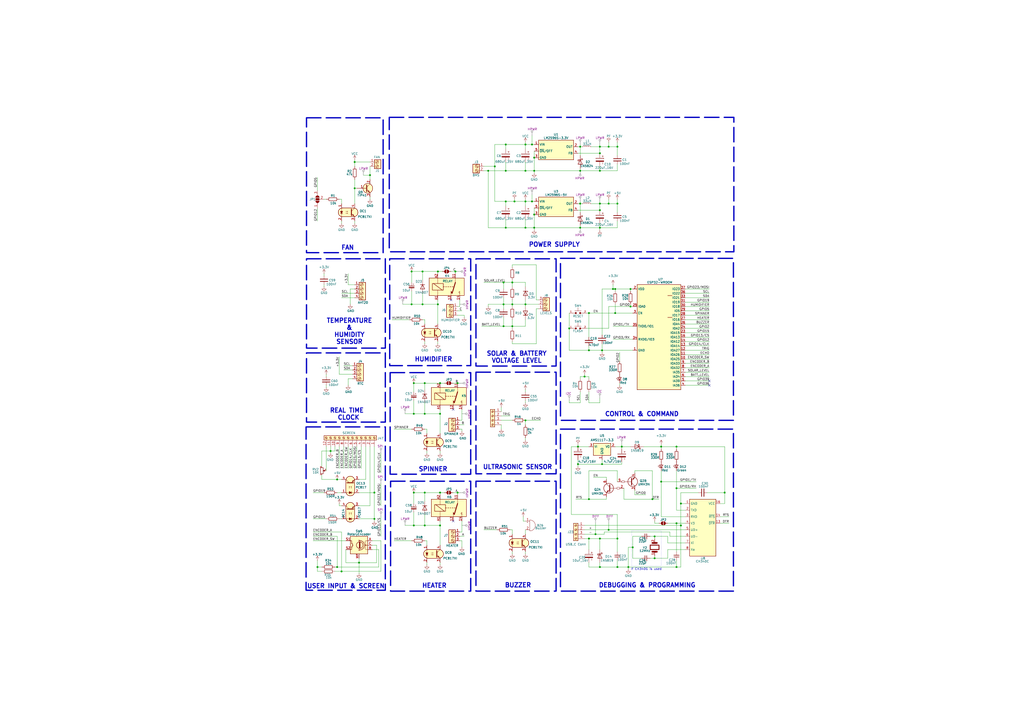
<source format=kicad_sch>
(kicad_sch (version 20250114) (generator "eeschema") (generator_version "9.0")
  (paper "A2")
  (rectangle (start 276.098 279.146) (end 322.58 342.9) (stroke (width 0.762) (type dash)))
  (rectangle (start 276.098 215.9) (end 322.58 274.828) (stroke (width 0.762) (type dash)))
  (rectangle (start 226.568 279.146) (end 273.05 342.9) (stroke (width 0.762) (type dash)))
  (rectangle (start 226.314 216.154) (end 273.05 275.082) (stroke (width 0.762) (type dash)))
  (rectangle (start 226.06 150.114) (end 273.05 212.09) (stroke (width 0.762) (type dash)))
  (rectangle (start 276.098 150.114) (end 322.58 212.344) (stroke (width 0.762) (type dash)))
  (rectangle (start 225.806 68.072) (end 425.704 146.05) (stroke (width 0.762) (type dash)))
  (rectangle (start 177.8 150.114) (end 223.52 201.93) (stroke (width 0.762) (type dash)))
  (rectangle (start 325.12 248.92) (end 425.45 342.9) (stroke (width 0.762) (type dash)))
  (rectangle (start 177.8 204.724) (end 223.52 244.856) (stroke (width 0.762) (type dash)))
  (rectangle (start 325.12 149.86) (end 425.45 243.84) (stroke (width 0.762) (type dash)))
  (rectangle (start 177.8 68.326) (end 222.25 146.558) (stroke (width 0.762) (type dash)))
  (rectangle (start 177.546 247.65) (end 223.52 342.392) (stroke (width 0.762) (type dash)))
  (text "HUMIDIFIER" (at 251.46 208.534 0) (effects (font (size 2.54 2.54) (thickness 0.508) (bold yes))))
  (text "DEBUGGING & PROGRAMMING" (at 375.412 339.598 0) (effects (font (size 2.54 2.54) (thickness 0.508) (bold yes))))
  (text "CONTROL & COMMAND" (at 372.364 240.284 0) (effects (font (size 2.54 2.54) (thickness 0.508) (bold yes))))
  (text "ULTRASONIC SENSOR" (at 300.228 271.018 0) (effects (font (size 2.54 2.54) (thickness 0.508) (bold yes))))
  (text "REAL TIME \nCLOCK" (at 202.184 240.284 0) (effects (font (size 2.54 2.54) (thickness 0.508) (bold yes))))
  (text "SPINNER" (at 251.206 272.288 0) (effects (font (size 2.54 2.54) (thickness 0.508) (bold yes))))
  (text "HEATER" (at 251.968 339.852 0) (effects (font (size 2.54 2.54) (thickness 0.508) (bold yes))))
  (text "If CH340G is used" (at 374.904 330.2 0) (effects (font (size 1.27 1.27))))
  (text "POWER SUPPLY" (at 321.564 141.986 0) (effects (font (size 2.54 2.54) (thickness 0.508) (bold yes))))
  (text "BUZZER" (at 300.482 339.598 0) (effects (font (size 2.54 2.54) (thickness 0.508) (bold yes))))
  (text "TEMPERATURE\n&\nHUMIDITY\nSENSOR" (at 202.692 192.278 0) (effects (font (size 2.54 2.54) (thickness 0.508) (bold yes))))
  (text "USER INPUT & SCREEN" (at 200.66 340.106 0) (effects (font (size 2.54 2.54) (thickness 0.508) (bold yes))))
  (text "FAN" (at 201.676 143.764 0) (effects (font (size 2.54 2.54) (thickness 0.508) (bold yes))))
  (text "SOLAR & BATTERY\nVOLTAGE LEVEL" (at 299.72 207.264 0) (effects (font (size 2.54 2.54) (thickness 0.508) (bold yes))))
  (text_box "" (at 366.395 307.975 0) (size 17.145 20.32) (margins 0.9525 0.9525 0.9525 0.9525) (stroke (width 0) (type dot)) (effects (font (size 1.27 1.27)) (justify left top)))
  (junction (at 246.38 285.75))
  (junction (at 336.55 85.09))
  (junction (at 293.37 116.84))
  (junction (at 297.18 163.83))
  (junction (at 208.28 326.39))
  (junction (at 353.06 85.09))
  (junction (at 392.43 328.93))
  (junction (at 364.49 328.93))
  (junction (at 264.16 157.48))
  (junction (at 238.76 176.53))
  (junction (at 341.63 203.2))
  (junction (at 347.98 328.93))
  (junction (at 349.25 269.24))
  (junction (at 240.03 304.8))
  (junction (at 356.87 181.61))
  (junction (at 304.8 132.08))
  (junction (at 335.28 269.24))
  (junction (at 355.6 167.64))
  (junction (at 349.25 203.2))
  (junction (at 336.55 99.06))
  (junction (at 420.37 285.75))
  (junction (at 255.27 285.75))
  (junction (at 365.76 167.64))
  (junction (at 347.98 118.11))
  (junction (at 217.17 285.75))
  (junction (at 245.11 157.48))
  (junction (at 297.18 189.23))
  (junction (at 304.8 116.84))
  (junction (at 339.09 218.44))
  (junction (at 347.98 312.42))
  (junction (at 309.88 132.08))
  (junction (at 304.8 243.84))
  (junction (at 347.98 121.92))
  (junction (at 292.1 176.53))
  (junction (at 347.98 132.08))
  (junction (at 265.43 285.75))
  (junction (at 341.63 289.56))
  (junction (at 309.88 91.44))
  (junction (at 309.88 124.46))
  (junction (at 240.03 285.75))
  (junction (at 246.38 304.8))
  (junction (at 335.28 259.08))
  (junction (at 214.63 101.6))
  (junction (at 336.55 132.08))
  (junction (at 293.37 83.82))
  (junction (at 265.43 222.25))
  (junction (at 392.43 303.53))
  (junction (at 298.45 116.84))
  (junction (at 330.2 190.5))
  (junction (at 360.68 259.08))
  (junction (at 246.38 240.03))
  (junction (at 238.76 157.48))
  (junction (at 358.14 85.09))
  (junction (at 283.21 99.06))
  (junction (at 198.12 331.47))
  (junction (at 367.03 317.5))
  (junction (at 392.43 283.21))
  (junction (at 353.06 118.11))
  (junction (at 255.27 240.03))
  (junction (at 287.02 96.52))
  (junction (at 308.61 116.84))
  (junction (at 383.54 259.08))
  (junction (at 336.55 118.11))
  (junction (at 293.37 99.06))
  (junction (at 394.97 292.1))
  (junction (at 255.27 222.25))
  (junction (at 255.27 304.8))
  (junction (at 365.76 177.8))
  (junction (at 394.97 304.8))
  (junction (at 383.54 279.4))
  (junction (at 205.74 93.98))
  (junction (at 293.37 132.08))
  (junction (at 309.88 99.06))
  (junction (at 217.17 300.99))
  (junction (at 358.14 312.42))
  (junction (at 353.06 307.34))
  (junction (at 379.73 323.85))
  (junction (at 345.44 309.88))
  (junction (at 347.98 88.9))
  (junction (at 254 157.48))
  (junction (at 392.43 259.08))
  (junction (at 341.63 181.61))
  (junction (at 379.73 311.15))
  (junction (at 246.38 222.25))
  (junction (at 240.03 240.03))
  (junction (at 184.15 328.93))
  (junction (at 191.77 261.62))
  (junction (at 240.03 222.25))
  (junction (at 195.58 328.93))
  (junction (at 304.8 99.06))
  (junction (at 292.1 163.83))
  (junction (at 347.98 99.06))
  (junction (at 347.98 85.09))
  (junction (at 378.46 289.56))
  (junction (at 245.11 176.53))
  (junction (at 304.8 176.53))
  (junction (at 304.8 83.82))
  (junction (at 292.1 189.23))
  (junction (at 341.63 312.42))
  (junction (at 358.14 118.11))
  (junction (at 254 176.53))
  (junction (at 356.87 167.64))
  (junction (at 297.18 176.53))
  (junction (at 308.61 83.82))
  (junction (at 358.14 328.93))
  (junction (at 205.74 109.22))
  (junction (at 195.58 278.13))
  (no_connect (at 261.62 173.99))
  (no_connect (at 411.48 220.98))
  (no_connect (at 262.89 237.49))
  (no_connect (at 411.48 223.52))
  (no_connect (at 262.89 302.26))
  (wire (pts (xy 254 176.53) (xy 254 187.96)))
  (wire (pts (xy 297.18 153.67) (xy 311.15 153.67)))
  (wire (pts (xy 247.65 316.23) (xy 247.65 313.69)))
  (wire (pts (xy 292.1 172.72) (xy 292.1 176.53)))
  (wire (pts (xy 293.37 83.82) (xy 293.37 86.36)))
  (wire (pts (xy 341.63 203.2) (xy 349.25 203.2)))
  (wire (pts (xy 217.17 302.26) (xy 217.17 300.99)))
  (wire (pts (xy 392.43 328.93) (xy 394.97 328.93)))
  (wire (pts (xy 356.87 181.61) (xy 367.03 181.61)))
  (wire (pts (xy 410.21 285.75) (xy 420.37 285.75)))
  (wire (pts (xy 292.1 189.23) (xy 297.18 189.23)))
  (wire (pts (xy 311.15 173.99) (xy 312.42 173.99)))
  (wire (pts (xy 293.37 83.82) (xy 304.8 83.82)))
  (wire (pts (xy 383.54 273.05) (xy 383.54 279.4)))
  (wire (pts (xy 347.98 326.39) (xy 347.98 328.93)))
  (wire (pts (xy 255.27 304.8) (xy 255.27 302.26)))
  (wire (pts (xy 187.96 115.57) (xy 189.23 115.57)))
  (wire (pts (xy 191.77 261.62) (xy 191.77 262.89)))
  (wire (pts (xy 266.7 246.38) (xy 269.24 246.38)))
  (wire (pts (xy 339.09 218.44) (xy 341.63 218.44)))
  (wire (pts (xy 358.14 82.55) (xy 358.14 85.09)))
  (wire (pts (xy 394.97 292.1) (xy 397.51 292.1)))
  (wire (pts (xy 181.61 311.15) (xy 195.58 311.15)))
  (wire (pts (xy 240.03 304.8) (xy 246.38 304.8)))
  (wire (pts (xy 336.55 227.33) (xy 336.55 233.68)))
  (wire (pts (xy 214.63 96.52) (xy 214.63 101.6)))
  (wire (pts (xy 379.73 323.85) (xy 387.35 323.85)))
  (wire (pts (xy 360.68 259.08) (xy 365.76 259.08)))
  (wire (pts (xy 208.28 326.39) (xy 208.28 332.74)))
  (wire (pts (xy 358.14 298.45) (xy 358.14 312.42)))
  (wire (pts (xy 417.83 303.53) (xy 422.91 303.53)))
  (wire (pts (xy 205.74 128.27) (xy 205.74 129.54)))
  (wire (pts (xy 264.16 157.48) (xy 261.62 157.48)))
  (wire (pts (xy 287.02 83.82) (xy 287.02 96.52)))
  (wire (pts (xy 283.21 99.06) (xy 283.21 132.08)))
  (wire (pts (xy 187.96 165.1) (xy 187.96 166.37)))
  (wire (pts (xy 331.47 298.45) (xy 358.14 298.45)))
  (wire (pts (xy 397.51 215.9) (xy 411.48 215.9)))
  (wire (pts (xy 339.09 217.17) (xy 339.09 218.44)))
  (wire (pts (xy 397.51 195.58) (xy 411.48 195.58)))
  (wire (pts (xy 358.14 123.19) (xy 358.14 118.11)))
  (wire (pts (xy 365.76 167.64) (xy 367.03 167.64)))
  (wire (pts (xy 383.54 279.4) (xy 403.86 279.4)))
  (wire (pts (xy 304.8 132.08) (xy 309.88 132.08)))
  (wire (pts (xy 191.77 261.62) (xy 194.31 261.62)))
  (wire (pts (xy 304.8 243.84) (xy 313.69 243.84)))
  (wire (pts (xy 196.85 293.37) (xy 196.85 292.1)))
  (wire (pts (xy 397.51 213.36) (xy 411.48 213.36)))
  (wire (pts (xy 364.49 330.2) (xy 364.49 328.93)))
  (wire (pts (xy 347.98 118.11) (xy 353.06 118.11)))
  (wire (pts (xy 356.87 176.53) (xy 356.87 181.61)))
  (wire (pts (xy 240.03 222.25) (xy 240.03 227.33)))
  (wire (pts (xy 341.63 312.42) (xy 341.63 318.77)))
  (wire (pts (xy 298.45 115.57) (xy 298.45 116.84)))
  (wire (pts (xy 186.69 275.59) (xy 186.69 278.13)))
  (wire (pts (xy 196.85 217.17) (xy 204.47 217.17)))
  (wire (pts (xy 191.77 259.08) (xy 191.77 261.62)))
  (wire (pts (xy 200.66 326.39) (xy 208.28 326.39)))
  (wire (pts (xy 245.11 157.48) (xy 254 157.48)))
  (wire (pts (xy 257.81 285.75) (xy 255.27 285.75)))
  (wire (pts (xy 341.63 181.61) (xy 341.63 195.58)))
  (wire (pts (xy 283.21 177.8) (xy 283.21 176.53)))
  (wire (pts (xy 383.54 259.08) (xy 392.43 259.08)))
  (wire (pts (xy 297.18 153.67) (xy 297.18 154.94)))
  (wire (pts (xy 205.74 93.98) (xy 205.74 96.52)))
  (wire (pts (xy 341.63 233.68) (xy 347.98 233.68)))
  (wire (pts (xy 336.55 85.09) (xy 337.82 85.09)))
  (wire (pts (xy 367.03 311.15) (xy 372.11 311.15)))
  (wire (pts (xy 364.49 317.5) (xy 367.03 317.5)))
  (wire (pts (xy 358.14 132.08) (xy 347.98 132.08)))
  (wire (pts (xy 355.6 165.1) (xy 355.6 167.64)))
  (wire (pts (xy 364.49 317.5) (xy 364.49 328.93)))
  (wire (pts (xy 383.54 259.08) (xy 383.54 260.35)))
  (wire (pts (xy 336.55 85.09) (xy 336.55 90.17)))
  (wire (pts (xy 246.38 187.96) (xy 246.38 185.42)))
  (wire (pts (xy 341.63 227.33) (xy 341.63 233.68)))
  (wire (pts (xy 392.43 303.53) (xy 397.51 303.53)))
  (wire (pts (xy 205.74 104.14) (xy 205.74 109.22)))
  (wire (pts (xy 194.31 331.47) (xy 198.12 331.47)))
  (wire (pts (xy 330.2 203.2) (xy 341.63 203.2)))
  (wire (pts (xy 265.43 285.75) (xy 266.7 285.75)))
  (wire (pts (xy 220.98 313.69) (xy 220.98 331.47)))
  (wire (pts (xy 198.12 118.11) (xy 198.12 115.57)))
  (wire (pts (xy 368.3 273.05) (xy 368.3 274.32)))
  (wire (pts (xy 246.38 248.92) (xy 247.65 248.92)))
  (wire (pts (xy 233.68 176.53) (xy 238.76 176.53)))
  (wire (pts (xy 397.51 167.64) (xy 411.48 167.64)))
  (wire (pts (xy 335.28 85.09) (xy 336.55 85.09)))
  (wire (pts (xy 304.8 243.84) (xy 304.8 246.38)))
  (wire (pts (xy 246.38 304.8) (xy 255.27 304.8)))
  (wire (pts (xy 196.85 207.01) (xy 196.85 217.17)))
  (wire (pts (xy 195.58 278.13) (xy 198.12 278.13)))
  (wire (pts (xy 184.15 120.65) (xy 184.15 128.27)))
  (wire (pts (xy 240.03 240.03) (xy 246.38 240.03)))
  (wire (pts (xy 195.58 285.75) (xy 198.12 285.75)))
  (wire (pts (xy 304.8 226.06) (xy 304.8 227.33)))
  (wire (pts (xy 215.9 316.23) (xy 218.44 316.23)))
  (wire (pts (xy 347.98 231.14) (xy 347.98 233.68)))
  (wire (pts (xy 335.28 259.08) (xy 341.63 259.08)))
  (wire (pts (xy 392.43 283.21) (xy 403.86 283.21)))
  (wire (pts (xy 266.7 243.84) (xy 267.97 243.84)))
  (wire (pts (xy 349.25 266.7) (xy 349.25 269.24)))
  (wire (pts (xy 397.51 175.26) (xy 411.48 175.26)))
  (wire (pts (xy 246.38 226.06) (xy 246.38 222.25)))
  (wire (pts (xy 304.8 307.34) (xy 304.8 309.88)))
  (wire (pts (xy 297.18 199.39) (xy 297.18 198.12)))
  (wire (pts (xy 287.02 83.82) (xy 293.37 83.82)))
  (wire (pts (xy 388.62 311.15) (xy 397.51 311.15)))
  (wire (pts (xy 356.87 167.64) (xy 355.6 167.64)))
  (wire (pts (xy 397.51 170.18) (xy 411.48 170.18)))
  (wire (pts (xy 194.31 328.93) (xy 195.58 328.93)))
  (wire (pts (xy 200.66 318.77) (xy 200.66 326.39)))
  (wire (pts (xy 339.09 307.34) (xy 353.06 307.34)))
  (wire (pts (xy 309.88 120.65) (xy 309.88 124.46)))
  (wire (pts (xy 292.1 176.53) (xy 297.18 176.53)))
  (wire (pts (xy 304.8 116.84) (xy 308.61 116.84)))
  (wire (pts (xy 214.63 101.6) (xy 214.63 104.14)))
  (wire (pts (xy 335.28 269.24) (xy 349.25 269.24)))
  (wire (pts (xy 341.63 312.42) (xy 347.98 312.42)))
  (wire (pts (xy 240.03 285.75) (xy 240.03 292.1)))
  (wire (pts (xy 292.1 184.15) (xy 292.1 189.23)))
  (wire (pts (xy 304.8 320.04) (xy 304.8 321.31)))
  (wire (pts (xy 379.73 322.58) (xy 379.73 323.85)))
  (wire (pts (xy 195.58 328.93) (xy 219.71 328.93)))
  (wire (pts (xy 350.52 308.61) (xy 388.62 308.61)))
  (wire (pts (xy 349.25 199.39) (xy 349.25 203.2)))
  (wire (pts (xy 335.28 269.24) (xy 335.28 270.51)))
  (wire (pts (xy 349.25 203.2) (xy 349.25 204.47)))
  (wire (pts (xy 353.06 307.34) (xy 397.51 307.34)))
  (wire (pts (xy 336.55 118.11) (xy 337.82 118.11)))
  (wire (pts (xy 397.51 177.8) (xy 411.48 177.8)))
  (wire (pts (xy 255.27 326.39) (xy 255.27 327.66)))
  (wire (pts (xy 397.51 203.2) (xy 411.48 203.2)))
  (wire (pts (xy 208.28 323.85) (xy 208.28 326.39)))
  (wire (pts (xy 341.63 328.93) (xy 347.98 328.93)))
  (wire (pts (xy 350.52 308.61) (xy 350.52 309.88)))
  (wire (pts (xy 331.47 259.08) (xy 331.47 298.45)))
  (wire (pts (xy 341.63 273.05) (xy 341.63 289.56)))
  (wire (pts (xy 245.11 170.18) (xy 245.11 176.53)))
  (wire (pts (xy 195.58 311.15) (xy 195.58 328.93)))
  (wire (pts (xy 368.3 284.48) (xy 368.3 287.02)))
  (wire (pts (xy 201.93 219.71) (xy 201.93 223.52)))
  (wire (pts (xy 287.02 116.84) (xy 293.37 116.84)))
  (wire (pts (xy 217.17 285.75) (xy 217.17 300.99)))
  (wire (pts (xy 392.43 283.21) (xy 392.43 295.91)))
  (wire (pts (xy 267.97 237.49) (xy 267.97 243.84)))
  (wire (pts (xy 186.69 328.93) (xy 184.15 328.93)))
  (wire (pts (xy 304.8 176.53) (xy 297.18 176.53)))
  (wire (pts (xy 358.14 99.06) (xy 347.98 99.06)))
  (wire (pts (xy 246.38 222.25) (xy 255.27 222.25)))
  (wire (pts (xy 309.88 132.08) (xy 336.55 132.08)))
  (wire (pts (xy 199.39 212.09) (xy 204.47 212.09)))
  (wire (pts (xy 254 157.48) (xy 254 158.75)))
  (wire (pts (xy 345.44 303.53) (xy 345.44 309.88)))
  (wire (pts (xy 397.51 190.5) (xy 411.48 190.5)))
  (wire (pts (xy 194.31 261.62) (xy 194.31 259.08)))
  (wire (pts (xy 265.43 285.75) (xy 262.89 285.75)))
  (wire (pts (xy 353.06 303.53) (xy 353.06 307.34)))
  (wire (pts (xy 383.54 257.81) (xy 383.54 259.08)))
  (wire (pts (xy 341.63 218.44) (xy 341.63 219.71)))
  (wire (pts (xy 266.7 308.61) (xy 267.97 308.61)))
  (wire (pts (xy 358.14 95.25) (xy 358.14 99.06)))
  (wire (pts (xy 247.65 261.62) (xy 247.65 262.89)))
  (wire (pts (xy 311.15 153.67) (xy 311.15 173.99)))
  (wire (pts (xy 247.65 251.46) (xy 247.65 248.92)))
  (wire (pts (xy 304.8 83.82) (xy 304.8 86.36)))
  (wire (pts (xy 330.2 233.68) (xy 336.55 233.68)))
  (wire (pts (xy 199.39 271.78) (xy 199.39 259.08)))
  (wire (pts (xy 347.98 328.93) (xy 358.14 328.93)))
  (wire (pts (xy 342.9 85.09) (xy 347.98 85.09)))
  (wire (pts (xy 353.06 177.8) (xy 365.76 177.8)))
  (wire (pts (xy 196.85 300.99) (xy 198.12 300.99)))
  (wire (pts (xy 283.21 132.08) (xy 293.37 132.08)))
  (wire (pts (xy 293.37 116.84) (xy 298.45 116.84)))
  (wire (pts (xy 340.36 181.61) (xy 341.63 181.61)))
  (wire (pts (xy 287.02 96.52) (xy 287.02 116.84)))
  (wire (pts (xy 353.06 85.09) (xy 358.14 85.09)))
  (wire (pts (xy 181.61 300.99) (xy 189.23 300.99)))
  (wire (pts (xy 336.55 116.84) (xy 336.55 118.11)))
  (wire (pts (xy 335.28 266.7) (xy 335.28 269.24)))
  (wire (pts (xy 208.28 300.99) (xy 217.17 300.99)))
  (wire (pts (xy 397.51 220.98) (xy 411.48 220.98)))
  (wire (pts (xy 361.95 289.56) (xy 378.46 289.56)))
  (wire (pts (xy 355.6 189.23) (xy 367.03 189.23)))
  (wire (pts (xy 297.18 189.23) (xy 297.18 190.5)))
  (wire (pts (xy 304.8 93.98) (xy 304.8 99.06)))
  (wire (pts (xy 397.51 182.88) (xy 411.48 182.88)))
  (wire (pts (xy 214.63 93.98) (xy 205.74 93.98)))
  (wire (pts (xy 365.76 167.64) (xy 365.76 168.91)))
  (wire (pts (xy 187.96 285.75) (xy 181.61 285.75)))
  (wire (pts (xy 347.98 85.09) (xy 347.98 88.9)))
  (wire (pts (xy 336.55 132.08) (xy 347.98 132.08)))
  (wire (pts (xy 205.74 109.22) (xy 205.74 118.11)))
  (wire (pts (xy 205.74 92.71) (xy 205.74 93.98)))
  (wire (pts (xy 254 176.53) (xy 254 173.99)))
  (wire (pts (xy 397.51 185.42) (xy 411.48 185.42)))
  (wire (pts (xy 184.15 331.47) (xy 186.69 331.47)))
  (wire (pts (xy 417.83 299.72) (xy 422.91 299.72)))
  (wire (pts (xy 392.43 295.91) (xy 397.51 295.91)))
  (wire (pts (xy 304.8 254) (xy 304.8 255.27)))
  (wire (pts (xy 359.41 204.47) (xy 359.41 209.55)))
  (wire (pts (xy 209.55 271.78) (xy 209.55 259.08)))
  (wire (pts (xy 373.38 259.08) (xy 383.54 259.08)))
  (wire (pts (xy 204.47 271.78) (xy 204.47 259.08)))
  (wire (pts (xy 198.12 172.72) (xy 205.74 172.72)))
  (wire (pts (xy 353.06 82.55) (xy 353.06 85.09)))
  (wire (pts (xy 204.47 219.71) (xy 201.93 219.71)))
  (wire (pts (xy 379.73 302.26) (xy 379.73 303.53)))
  (wire (pts (xy 334.01 289.56) (xy 341.63 289.56)))
  (wire (pts (xy 203.2 167.64) (xy 203.2 176.53)))
  (wire (pts (xy 303.53 299.72) (xy 303.53 302.26)))
  (wire (pts (xy 304.8 232.41) (xy 304.8 233.68)))
  (wire (pts (xy 297.18 177.8) (xy 297.18 176.53)))
  (wire (pts (xy 339.09 309.88) (xy 345.44 309.88)))
  (wire (pts (xy 215.9 313.69) (xy 220.98 313.69)))
  (wire (pts (xy 264.16 157.48) (xy 265.43 157.48)))
  (wire (pts (xy 246.38 240.03) (xy 255.27 240.03)))
  (wire (pts (xy 189.23 259.08) (xy 189.23 273.05)))
  (wire (pts (xy 297.18 189.23) (xy 297.18 185.42)))
  (wire (pts (xy 265.43 222.25) (xy 262.89 222.25)))
  (wire (pts (xy 356.87 167.64) (xy 365.76 167.64)))
  (wire (pts (xy 309.88 100.33) (xy 309.88 99.06)))
  (wire (pts (xy 201.93 158.75) (xy 201.93 165.1)))
  (wire (pts (xy 283.21 99.06) (xy 293.37 99.06)))
  (wire (pts (xy 397.51 210.82) (xy 411.48 210.82)))
  (wire (pts (xy 358.14 128.27) (xy 358.14 132.08)))
  (wire (pts (xy 255.27 240.03) (xy 255.27 237.49)))
  (wire (pts (xy 266.7 313.69) (xy 267.97 313.69)))
  (wire (pts (xy 309.88 99.06) (xy 336.55 99.06)))
  (wire (pts (xy 311.15 179.07) (xy 311.15 199.39)))
  (wire (pts (xy 377.19 311.15) (xy 379.73 311.15)))
  (wire (pts (xy 265.43 177.8) (xy 266.7 177.8)))
  (wire (pts (xy 219.71 318.77) (xy 215.9 318.77)))
  (wire (pts (xy 205.74 165.1) (xy 201.93 165.1)))
  (wire (pts (xy 397.51 205.74) (xy 411.48 205.74)))
  (wire (pts (xy 198.12 128.27) (xy 198.12 129.54)))
  (wire (pts (xy 293.37 99.06) (xy 304.8 99.06)))
  (wire (pts (xy 397.51 218.44) (xy 411.48 218.44)))
  (wire (pts (xy 361.95 283.21) (xy 361.95 289.56)))
  (wire (pts (xy 304.8 83.82) (xy 308.61 83.82)))
  (wire (pts (xy 304.8 173.99) (xy 304.8 176.53)))
  (wire (pts (xy 205.74 109.22) (xy 207.01 109.22)))
  (wire (pts (xy 254 198.12) (xy 254 199.39)))
  (wire (pts (xy 220.98 280.67) (xy 220.98 293.37)))
  (wire (pts (xy 308.61 83.82) (xy 309.88 83.82)))
  (wire (pts (xy 196.85 271.78) (xy 196.85 259.08)))
  (wire (pts (xy 227.33 185.42) (xy 237.49 185.42)))
  (wire (pts (xy 269.24 182.88) (xy 269.24 184.15)))
  (wire (pts (xy 336.55 99.06) (xy 336.55 97.79)))
  (wire (pts (xy 189.23 217.17) (xy 189.23 218.44)))
  (wire (pts (xy 336.55 118.11) (xy 336.55 123.19)))
  (wire (pts (xy 283.21 176.53) (xy 292.1 176.53)))
  (wire (pts (xy 397.51 180.34) (xy 411.48 180.34)))
  (wire (pts (xy 308.61 113.03) (xy 308.61 116.84)))
  (wire (pts (xy 184.15 325.12) (xy 184.15 328.93)))
  (wire (pts (xy 392.43 303.53) (xy 392.43 320.04)))
  (wire (pts (xy 267.97 250.19) (xy 267.97 248.92)))
  (wire (pts (xy 311.15 179.07) (xy 312.42 179.07)))
  (wire (pts (xy 189.23 223.52) (xy 189.23 224.79)))
  (wire (pts (xy 379.73 303.53) (xy 382.27 303.53)))
  (wire (pts (xy 238.76 168.91) (xy 238.76 176.53)))
  (wire (pts (xy 292.1 163.83) (xy 292.1 167.64)))
  (wire (pts (xy 349.25 167.64) (xy 349.25 194.31)))
  (wire (pts (xy 214.63 114.3) (xy 214.63 115.57)))
  (wire (pts (xy 364.49 328.93) (xy 392.43 328.93)))
  (wire (pts (xy 420.37 259.08) (xy 420.37 285.75)))
  (wire (pts (xy 304.8 163.83) (xy 297.18 163.83)))
  (wire (pts (xy 347.98 96.52) (xy 347.98 99.06)))
  (wire (pts (xy 198.12 331.47) (xy 220.98 331.47)))
  (wire (pts (xy 353.06 115.57) (xy 353.06 118.11)))
  (wire (pts (xy 297.18 309.88) (xy 297.18 307.34)))
  (wire (pts (xy 255.27 240.03) (xy 255.27 251.46)))
  (wire (pts (xy 351.79 288.29) (xy 351.79 289.56)))
  (wire (pts (xy 344.17 276.86) (xy 351.79 276.86)))
  (wire (pts (xy 220.98 262.89) (xy 220.98 274.32)))
  (wire (pts (xy 304.8 177.8) (xy 304.8 176.53)))
  (wire (pts (xy 336.55 219.71) (xy 336.55 218.44)))
  (wire (pts (xy 240.03 297.18) (xy 240.03 304.8)))
  (wire (pts (xy 217.17 259.08) (xy 217.17 285.75)))
  (wire (pts (xy 330.2 232.41) (xy 330.2 233.68)))
  (wire (pts (xy 267.97 302.26) (xy 267.97 308.61)))
  (wire (pts (xy 347.98 83.82) (xy 347.98 85.09)))
  (wire (pts (xy 336.55 132.08) (xy 336.55 130.81)))
  (wire (pts (xy 181.61 308.61) (xy 198.12 308.61)))
  (wire (pts (xy 245.11 185.42) (xy 246.38 185.42)))
  (wire (pts (xy 345.44 309.88) (xy 350.52 309.88)))
  (wire (pts (xy 246.38 298.45) (xy 246.38 304.8)))
  (wire (pts (xy 340.36 190.5) (xy 353.06 190.5)))
  (wire (pts (xy 336.55 83.82) (xy 336.55 85.09)))
  (wire (pts (xy 186.69 270.51) (xy 186.69 261.62)))
  (wire (pts (xy 341.63 289.56) (xy 351.79 289.56)))
  (wire (pts (xy 397.51 200.66) (xy 411.48 200.66)))
  (wire (pts (xy 228.6 313.69) (xy 238.76 313.69)))
  (wire (pts (xy 365.76 177.8) (xy 367.03 177.8)))
  (wire (pts (xy 336.55 218.44) (xy 339.09 218.44)))
  (wire (pts (xy 397.51 223.52) (xy 411.48 223.52)))
  (wire (pts (xy 240.03 232.41) (xy 240.03 240.03)))
  (wire (pts (xy 378.46 273.05) (xy 378.46 289.56)))
  (wire (pts (xy 356.87 167.64) (xy 356.87 168.91)))
  (wire (pts (xy 351.79 276.86) (xy 351.79 278.13)))
  (wire (pts (xy 347.98 312.42) (xy 347.98 318.77)))
  (wire (pts (xy 339.09 312.42) (xy 341.63 312.42)))
  (wire (pts (xy 219.71 328.93) (xy 219.71 318.77)))
  (wire (pts (xy 341.63 200.66) (xy 341.63 203.2)))
  (wire (pts (xy 280.67 96.52) (xy 287.02 96.52)))
  (wire (pts (xy 378.46 289.56) (xy 382.27 289.56)))
  (wire (pts (xy 247.65 326.39) (xy 247.65 327.66)))
  (wire (pts (xy 186.69 261.62) (xy 191.77 261.62)))
  (wire (pts (xy 292.1 163.83) (xy 280.67 163.83)))
  (wire (pts (xy 234.95 240.03) (xy 240.03 240.03)))
  (wire (pts (xy 240.03 222.25) (xy 246.38 222.25)))
  (wire (pts (xy 290.83 248.92) (xy 290.83 246.38)))
  (wire (pts (xy 388.62 308.61) (xy 388.62 311.15)))
  (wire (pts (xy 349.25 269.24) (xy 360.68 269.24)))
  (wire (pts (xy 293.37 116.84) (xy 293.37 119.38)))
  (wire (pts (xy 186.69 278.13) (xy 195.58 278.13)))
  (wire (pts (xy 330.2 181.61) (xy 330.2 190.5)))
  (wire (pts (xy 297.18 199.39) (xy 311.15 199.39)))
  (wire (pts (xy 308.61 78.74) (xy 308.61 83.82)))
  (wire (pts (xy 212.09 278.13) (xy 212.09 259.08)))
  (wire (pts (xy 201.93 271.78) (xy 201.93 259.08)))
  (wire (pts (xy 304.8 189.23) (xy 297.18 189.23)))
  (wire (pts (xy 297.18 162.56) (xy 297.18 163.83)))
  (wire (pts (xy 397.51 208.28) (xy 411.48 208.28)))
  (wire (pts (xy 397.51 172.72) (xy 411.48 172.72)))
  (wire (pts (xy 246.38 290.83) (xy 246.38 285.75)))
  (wire (pts (xy 267.97 313.69) (xy 267.97 317.5)))
  (wire (pts (xy 290.83 241.3) (xy 295.91 241.3)))
  (wire (pts (xy 360.68 257.81) (xy 360.68 259.08)))
  (wire (pts (xy 234.95 304.8) (xy 240.03 304.8)))
  (wire (pts (xy 238.76 176.53) (xy 245.11 176.53)))
  (wire (pts (xy 210.82 101.6) (xy 214.63 101.6)))
  (wire (pts (xy 360.68 259.08) (xy 360.68 260.35)))
  (wire (pts (xy 255.27 304.8) (xy 255.27 316.23)))
  (wire (pts (xy 208.28 293.37) (xy 214.63 293.37)))
  (wire (pts (xy 339.09 304.8) (xy 394.97 304.8)))
  (wire (pts (xy 297.18 163.83) (xy 292.1 163.83)))
  (wire (pts (xy 336.55 99.06) (xy 347.98 99.06)))
  (wire (pts (xy 377.19 323.85) (xy 379.73 323.85)))
  (wire (pts (xy 367.03 323.85) (xy 372.11 323.85)))
  (wire (pts (xy 309.88 133.35) (xy 309.88 132.08)))
  (wire (pts (xy 298.45 116.84) (xy 304.8 116.84)))
  (wire (pts (xy 420.37 285.75) (xy 420.37 292.1)))
  (wire (pts (xy 265.43 180.34) (xy 267.97 180.34)))
  (wire (pts (xy 392.43 259.08) (xy 420.37 259.08)))
  (wire (pts (xy 387.35 303.53) (xy 392.43 303.53)))
  (wire (pts (xy 358.14 273.05) (xy 358.14 279.4)))
  (wire (pts (xy 379.73 311.15) (xy 387.35 311.15)))
  (wire (pts (xy 347.98 312.42) (xy 358.14 312.42)))
  (wire (pts (xy 356.87 259.08) (xy 360.68 259.08)))
  (wire (pts (xy 290.83 236.22) (xy 290.83 238.76)))
  (wire (pts (xy 304.8 189.23) (xy 304.8 185.42)))
  (wire (pts (xy 184.15 331.47) (xy 184.15 328.93)))
  (wire (pts (xy 266.7 311.15) (xy 269.24 311.15)))
  (wire (pts (xy 394.97 285.75) (xy 394.97 292.1)))
  (wire (pts (xy 308.61 116.84) (xy 309.88 116.84)))
  (wire (pts (xy 367.03 311.15) (xy 367.03 317.5)))
  (wire (pts (xy 383.54 299.72) (xy 397.51 299.72)))
  (wire (pts (xy 257.81 222.25) (xy 255.27 222.25)))
  (wire (pts (xy 205.74 167.64) (xy 203.2 167.64)))
  (wire (pts (xy 255.27 285.75) (xy 255.27 287.02)))
  (wire (pts (xy 335.28 88.9) (xy 347.98 88.9)))
  (wire (pts (xy 397.51 198.12) (xy 411.48 198.12)))
  (wire (pts (xy 365.76 176.53) (xy 365.76 177.8)))
  (wire (pts (xy 304.8 99.06) (xy 309.88 99.06)))
  (wire (pts (xy 368.3 287.02) (xy 374.65 287.02)))
  (wire (pts (xy 199.39 214.63) (xy 204.47 214.63)))
  (wire (pts (xy 304.8 163.83) (xy 304.8 166.37)))
  (wire (pts (xy 358.14 325.12) (xy 358.14 328.93)))
  (wire (pts (xy 353.06 118.11) (xy 358.14 118.11)))
  (wire (pts (xy 265.43 222.25) (xy 266.7 222.25)))
  (wire (pts (xy 304.8 127) (xy 304.8 132.08)))
  (wire (pts (xy 292.1 176.53) (xy 292.1 179.07)))
  (wire (pts (xy 397.51 187.96) (xy 411.48 187.96)))
  (wire (pts (xy 379.73 311.15) (xy 379.73 312.42)))
  (wire (pts (xy 358.14 312.42) (xy 358.14 320.04)))
  (wire (pts (xy 265.43 287.02) (xy 265.43 285.75)))
  (wire (pts (xy 280.67 99.06) (xy 283.21 99.06)))
  (wire (pts (xy 417.83 292.1) (xy 420.37 292.1)))
  (wire (pts (xy 196.85 115.57) (xy 198.12 115.57)))
  (wire (pts (xy 293.37 132.08) (xy 304.8 132.08)))
  (wire (pts (xy 383.54 279.4) (xy 383.54 299.72)))
  (wire (pts (xy 220.98 299.72) (xy 220.98 311.15)))
  (wire (pts (xy 335.28 257.81) (xy 335.28 259.08)))
  (wire (pts (xy 240.03 285.75) (xy 246.38 285.75)))
  (wire (pts (xy 256.54 157.48) (xy 254 157.48)))
  (wire (pts (xy 368.3 273.05) (xy 378.46 273.05)))
  (wire (pts (xy 293.37 127) (xy 293.37 132.08)))
  (wire (pts (xy 309.88 124.46) (xy 309.88 132.08)))
  (wire (pts (xy 297.18 173.99) (xy 297.18 176.53)))
  (wire (pts (xy 312.42 176.53) (xy 304.8 176.53)))
  (wire (pts (xy 347.98 129.54) (xy 347.98 132.08)))
  (wire (pts (xy 238.76 157.48) (xy 238.76 163.83)))
  (wire (pts (xy 303.53 302.26) (xy 304.8 302.26)))
  (wire (pts (xy 392.43 273.05) (xy 392.43 283.21)))
  (wire (pts (xy 293.37 93.98) (xy 293.37 99.06)))
  (wire (pts (xy 304.8 82.55) (xy 304.8 83.82)))
  (wire (pts (xy 280.67 307.34) (xy 288.29 307.34)))
  (wire (pts (xy 341.63 326.39) (xy 341.63 328.93)))
  (wire (pts (xy 341.63 181.61) (xy 356.87 181.61)))
  (wire (pts (xy 394.97 292.1) (xy 394.97 304.8)))
  (wire (pts (xy 266.7 173.99) (xy 266.7 177.8)))
  (wire (pts (xy 198.12 293.37) (xy 196.85 293.37)))
  (wire (pts (xy 335.28 121.92) (xy 347.98 121.92)))
  (wire (pts (xy 367.03 317.5) (xy 367.03 323.85)))
  (wire (pts (xy 246.38 285.75) (xy 255.27 285.75)))
  (wire (pts (xy 198.12 308.61) (xy 198.12 331.47)))
  (wire (pts (xy 397.51 193.04) (xy 411.48 193.04)))
  (wire (pts (xy 394.97 285.75) (xy 405.13 285.75)))
  (wire (pts (xy 387.35 311.15) (xy 387.35 314.96)))
  (wire (pts (xy 184.15 102.87) (xy 184.15 110.49)))
  (wire (pts (xy 267.97 248.92) (xy 266.7 248.92)))
  (wire (pts (xy 297.18 163.83) (xy 297.18 166.37)))
  (wire (pts (xy 309.88 87.63) (xy 309.88 91.44)))
  (wire (pts (xy 392.43 325.12) (xy 392.43 328.93)))
  (wire (pts (xy 198.12 170.18) (xy 205.74 170.18)))
  (wire (pts (xy 228.6 248.92) (xy 238.76 248.92)))
  (wire (pts (xy 304.8 116.84) (xy 304.8 119.38)))
  (wire (pts (xy 304.8 115.57) (xy 304.8 116.84)))
  (wire (pts (xy 394.97 304.8) (xy 394.97 328.93)))
  (wire (pts (xy 349.25 203.2) (xy 367.03 203.2)))
  (wire (pts (xy 347.98 132.08) (xy 347.98 133.35)))
  (wire (pts (xy 355.6 196.85) (xy 367.03 196.85)))
  (wire (pts (xy 358.14 90.17) (xy 358.14 85.09)))
  (wire (pts (xy 208.28 278.13) (xy 212.09 278.13)))
  (wire (pts (xy 359.41 222.25) (xy 359.41 223.52)))
  (wire (pts (xy 358.14 328.93) (xy 364.49 328.93)))
  (wire (pts (xy 255.27 261.62) (xy 255.27 262.89)))
  (wire (pts (xy 208.28 285.75) (xy 217.17 285.75)))
  (wire (pts (xy 238.76 157.48) (xy 245.11 157.48)))
  (wire (pts (xy 245.11 162.56) (xy 245.11 157.48)))
  (wire (pts (xy 297.18 320.04) (xy 297.18 321.31)))
  (wire (pts (xy 341.63 273.05) (xy 358.14 273.05)))
  (wire (pts (xy 342.9 118.11) (xy 347.98 118.11)))
  (wire (pts (xy 245.11 176.53) (xy 254 176.53)))
  (wire (pts (xy 347.98 85.09) (xy 353.06 85.09)))
  (wire (pts (xy 387.35 318.77) (xy 397.51 318.77)))
  (wire (pts (xy 335.28 118.11) (xy 336.55 118.11)))
  (wire (pts (xy 246.38 233.68) (xy 246.38 240.03)))
  (wire (pts (xy 295.91 307.34) (xy 297.18 307.34)))
  (wire (pts (xy 353.06 177.8) (xy 353.06 190.5)))
  (wire (pts (xy 246.38 198.12) (xy 246.38 199.39)))
  (wire (pts (xy 246.38 313.69) (xy 247.65 313.69)))
  (wire (pts (xy 309.88 91.44) (xy 309.88 99.06)))
  (wire (pts (xy 207.01 271.78) (xy 207.01 259.08)))
  (wire (pts (xy 208.28 326.39) (xy 218.44 326.39)))
  (wire (pts (xy 387.35 314.96) (xy 397.51 314.96)))
  (wire (pts (xy 181.61 313.69) (xy 200.66 313.69)))
  (wire (pts (xy 290.83 243.84) (xy 297.18 243.84)))
  (wire (pts (xy 265.43 182.88) (xy 269.24 182.88)))
  (wire (pts (xy 331.47 259.08) (xy 335.28 259.08)))
  (wire (pts (xy 358.14 115.57) (xy 358.14 118.11)))
  (wire (pts (xy 347.98 118.11) (xy 347.98 121.92)))
  (wire (pts (xy 218.44 316.23) (xy 218.44 326.39)))
  (wire (pts (xy 347.98 116.84) (xy 347.98 118.11)))
  (wire (pts (xy 187.96 158.75) (xy 187.96 160.02)))
  (wire (pts (xy 387.35 318.77) (xy 387.35 323.85)))
  (wire (pts (xy 279.4 189.23) (xy 292.1 189.23)))
  (wire (pts (xy 360.68 267.97) (xy 360.68 269.24)))
  (wire (pts (xy 264.16 158.75) (xy 264.16 157.48)))
  (wire (pts (xy 214.63 259.08) (xy 214.63 293.37)))
  (wire (pts (xy 349.25 167.64) (xy 355.6 167.64)))
  (wire (pts (xy 392.43 259.08) (xy 392.43 260.35)))
  (wire (pts (xy 330.2 190.5) (xy 330.2 203.2)))
  (label "+3.3V" (at 201.93 158.75 270))
  (label "ENCODER_B" (at 181.61 311.15 0))
  (label "SCL" (at 336.55 232.41 90))
  (label "BUZZER" (at 411.48 187.96 180))
  (label "GPIO23{slash}MOSI" (at 207.01 271.78 90))
  (label "GPIO3{slash}RX" (at 355.6 196.85 0))
  (label "A" (at 264.16 285.75 0))
  (label "SOLAR_LEVEL" (at 411.48 215.9 180))
  (label "+3.3V" (at 196.85 207.01 270))
  (label "ENCODER_B" (at 411.48 210.82 180))
  (label "GPIO2" (at 359.41 204.47 270))
  (label "HEATER" (at 228.6 313.69 0))
  (label "ECHO" (at 411.48 205.74 180))
  (label "C" (at 262.89 157.48 0))
  (label "ENCODER_B" (at 196.85 271.78 90))
  (label "GPIO23{slash}MOSI" (at 411.48 167.64 180))
  (label "BUZZER" (at 280.67 307.34 0))
  (label "SPINNER" (at 228.6 248.92 0))
  (label "GPIO36" (at 411.48 223.52 180))
  (label "BATT_LEVEL" (at 279.4 189.23 0))
  (label "GPIO13{slash}CS" (at 220.98 311.15 90))
  (label "GPIO13{slash}CS" (at 209.55 271.78 90))
  (label "ENCODER_SW" (at 411.48 208.28 180))
  (label "GPIO5" (at 184.15 102.87 270))
  (label "RTS" (at 334.01 289.56 0))
  (label "GPIO12" (at 411.48 198.12 180))
  (label "ECHO" (at 313.69 243.84 180))
  (label "RTS" (at 422.91 299.72 180))
  (label "-" (at 341.63 309.88 0))
  (label "GPIO14{slash}CLK" (at 411.48 200.66 180))
  (label "GPIO19" (at 181.61 285.75 0))
  (label "GPIO14{slash}CLK" (at 220.98 274.32 90))
  (label "GPIO1{slash}TX" (at 403.86 279.4 180))
  (label "GPIO0" (at 374.65 287.02 180))
  (label "SDA" (at 199.39 214.63 0))
  (label "HUMIDIFIER" (at 411.48 177.8 180))
  (label "+" (at 341.63 307.34 0))
  (label "DTR" (at 422.91 303.53 180))
  (label "SCL" (at 198.12 170.18 0))
  (label "GPIO2" (at 411.48 190.5 180))
  (label "DTR" (at 382.27 289.56 180))
  (label "GPIO5" (at 411.48 180.34 180))
  (label "GPIO13{slash}CS" (at 411.48 195.58 180))
  (label "ENCODER_SW" (at 181.61 313.69 0))
  (label "BATT_LEVEL" (at 411.48 218.44 180))
  (label "ENCODER_A" (at 181.61 308.61 0))
  (label "EN" (at 344.17 276.86 0))
  (label "B" (at 264.16 222.25 0))
  (label "C" (at 267.97 180.34 180))
  (label "HEATER" (at 411.48 185.42 180))
  (label "SDA" (at 198.12 172.72 0))
  (label "GPIO19" (at 411.48 175.26 180))
  (label "GPIO15" (at 181.61 300.99 0))
  (label "GPIO1{slash}TX" (at 355.6 189.23 0))
  (label "GPIO12" (at 184.15 128.27 90))
  (label "GPIO14{slash}CLK" (at 204.47 271.78 90))
  (label "GPIO39" (at 411.48 220.98 180))
  (label "ENCODER_SW" (at 201.93 271.78 90))
  (label "SPINNER" (at 411.48 182.88 180))
  (label "GPIO0" (at 359.41 177.8 0))
  (label "SOLAR_LEVEL" (at 280.67 163.83 0))
  (label "GPIO15" (at 411.48 193.04 180))
  (label "SDA" (at 411.48 172.72 180))
  (label "TRIG" (at 411.48 203.2 180))
  (label "B" (at 269.24 246.38 180))
  (label "ENCODER_A" (at 411.48 213.36 180))
  (label "HUMIDIFIER" (at 227.33 185.42 0))
  (label "GPIO23{slash}MOSI" (at 220.98 293.37 90))
  (label "GPIO3{slash}RX" (at 403.86 283.21 180))
  (label "SDA" (at 341.63 232.41 90))
  (label "SCL" (at 411.48 170.18 180))
  (label "TRIG" (at 295.91 241.3 180))
  (label "ENCODER_A" (at 199.39 271.78 90))
  (label "A" (at 269.24 311.15 180))
  (label "EN" (at 344.17 181.61 0))
  (label "SCL" (at 199.39 212.09 0))
  (netclass_flag "" (length 2.54) (shape round) (at 336.55 83.82 0) (property "Netclass" "LPWR" (at 334.01 80.01 0) (effects (justify left))))
  (netclass_flag "" (length 2.54) (shape round) (at 336.55 132.08 180) (property "Netclass" "HPWR" (at 339.09 136.398 0) (effects (justify right))))
  (netclass_flag "" (length 2.54) (shape round) (at 336.55 99.06 180) (property "Netclass" "HPWR" (at 339.09 103.378 0) (effects (justify right))))
  (netclass_flag "" (length 2.54) (shape round) (at 234.95 240.03 0) (property "Netclass" "LPWR" (at 232.41 236.22 0) (effects (justify left))))
  (netclass_flag "" (length 2.54) (shape round) (at 210.82 101.6 0) (property "Netclass" "LPWR" (at 208.28 97.79 0) (effects (justify left))))
  (netclass_flag "" (length 2.54) (shape round) (at 233.68 176.53 0) (property "Netclass" "LPWR" (at 231.14 172.72 0) (effects (justify left))))
  (netclass_flag "" (length 2.54) (shape round) (at 267.97 304.8 270) (property "Netclass" "HPWR" (at 272.288 302.26 90) (effects (justify right))))
  (netclass_flag "" (length 2.54) (shape round) (at 267.97 240.03 270) (property "Netclass" "HPWR" (at 272.288 237.49 90) (effects (justify right))))
  (netclass_flag "" (length 2.54) (shape round) (at 360.68 257.81 0) (property "Netclass" "LPWR" (at 357.886 253.746 0) (effects (justify left))))
  (netclass_flag "" (length 2.54) (shape round) (at 266.7 176.53 270) (property "Netclass" "HPWR" (at 271.018 173.99 90) (effects (justify right))))
  (netclass_flag "" (length 2.54) (shape round) (at 308.61 113.03 0) (property "Netclass" "HPWR" (at 306.07 109.22 0) (effects (justify left))))
  (netclass_flag "" (length 2.54) (shape round) (at 234.95 304.8 0) (property "Netclass" "LPWR" (at 232.41 300.99 0) (effects (justify left))))
  (netclass_flag "" (length 2.54) (shape round) (at 347.98 83.82 0) (property "Netclass" "LPWR" (at 345.44 80.01 0) (effects (justify left))))
  (netclass_flag "" (length 2.54) (shape round) (at 220.98 299.72 0) (property "Netclass" "SPI" (at 218.948 295.656 0) (effects (justify left))))
  (netclass_flag "" (length 2.54) (shape round) (at 266.7 285.75 270) (property "Netclass" "HPWR" (at 271.018 283.21 90) (effects (justify right))))
  (netclass_flag "" (length 2.54) (shape round) (at 347.98 116.84 0) (property "Netclass" "LPWR" (at 345.44 113.03 0) (effects (justify left))))
  (netclass_flag "" (length 2.54) (shape round) (at 220.98 262.89 0) (property "Netclass" "SPI" (at 218.948 258.826 0) (effects (justify left))))
  (netclass_flag "" (length 2.54) (shape round) (at 330.2 232.41 0) (property "Netclass" "I2C" (at 328.168 228.346 0) (effects (justify left))))
  (netclass_flag "" (length 2.54) (shape round) (at 347.98 231.14 0) (property "Netclass" "I2C" (at 345.948 227.076 0) (effects (justify left))))
  (netclass_flag "" (length 2.54) (shape round) (at 308.61 78.74 0) (property "Netclass" "HPWR" (at 306.07 74.93 0) (effects (justify left))))
  (netclass_flag "" (length 2.54) (shape round) (at 353.06 303.53 0) (property "Netclass" "DIFF" (at 351.536 299.466 0) (effects (justify left))))
  (netclass_flag "" (length 2.54) (shape round) (at 266.7 222.25 270) (property "Netclass" "HPWR" (at 271.018 219.71 90) (effects (justify right))))
  (netclass_flag "" (length 2.54) (shape round) (at 336.55 116.84 0) (property "Netclass" "LPWR" (at 334.01 113.03 0) (effects (justify left))))
  (netclass_flag "" (length 2.54) (shape round) (at 345.44 303.53 0) (property "Netclass" "DIFF" (at 343.408 299.466 0) (effects (justify left))))
  (netclass_flag "" (length 2.54) (shape round) (at 265.43 157.48 270) (property "Netclass" "HPWR" (at 269.748 154.94 90) (effects (justify right))))
  (netclass_flag "" (length 2.54) (shape round) (at 220.98 280.67 0) (property "Netclass" "SPI" (at 218.948 276.606 0) (effects (justify left))))
  (symbol (lib_id "PCM_SL_Resistors:1M") (at 383.54 264.16 270) (unit 1)
    (property "Reference" "R29" (at 381.254 263.652 90) (effects (justify right)))
    (property "Value" "330R" (at 382.524 265.43 90) (effects (justify right)))
    (property "Footprint" "Resistor_SMD:R_0805_2012Metric" (effects (hide yes)))
    (property "Description" "1MΩ, 1/4W Resistor" (effects (hide yes)))
  )
  (symbol (lib_id "Device:R_Potentiometer_Small") (at 186.69 273.05 0) (mirror x) (unit 1)
    (property "Reference" "RV2" (at 184.912 272.288 0) (effects (justify right)))
    (property "Value" "10K" (at 185.166 274.066 0) (effects (justify right)))
    (property "Footprint" "Potentiometer_THT:Potentiometer_Bourns_3296W_Vertical" (effects (hide yes)))
    (property "Description" "Potentiometer" (effects (hide yes)))
  )
  (symbol (lib_id "power:+3.3V") (at 358.14 115.57 0) (unit 1)
    (property "Reference" "#PWR0117" (effects (hide yes)))
    (property "Value" "+5V" (at 358.14 112.014 0))
    (property "Description" "Power symbol creates a global label with name \"+3.3V\"" (effects (hide yes)))
  )
  (symbol (lib_id "power:VCC") (at 205.74 92.71 0) (unit 1)
    (property "Reference" "#PWR01" (effects (hide yes)))
    (property "Value" "VCC" (at 205.74 89.154 0))
    (property "Description" "Power symbol creates a global label with name \"VCC\"" (effects (hide yes)))
  )
  (symbol (lib_id "power:GND") (at 304.8 255.27 0) (unit 1)
    (property "Reference" "#PWR098" (effects (hide yes)))
    (property "Value" "GND" (at 304.8 258.826 0))
    (property "Description" "Power symbol creates a global label with name \"GND\" , ground" (effects (hide yes)))
  )
  (symbol (lib_id "PCM_Optocoupler_AKL:PC817XI") (at 251.46 256.54 0) (unit 1)
    (property "Reference" "OC9" (at 258.064 255.778 0) (effects (justify left)))
    (property "Value" "PC817XI" (at 257.048 259.08 0) (effects (justify left)))
    (property "Footprint" "PCM_Package_DIP_AKL:SMDIP-4_W9.53mm" (effects (hide yes)))
    (property "Datasheet" "https://www.farnell.com/datasheets/73758.pdf" (effects (hide yes)))
    (property "Description" "SMDIP-4 Optocoupler, Transistor output, 5kV, 18us, Alternate KiCAD Library" (effects (hide yes)))
  )
  (symbol (lib_id "PCM_Transistor_BJT_AKL:TIP41") (at 212.09 109.22 0) (unit 1)
    (property "Reference" "Q9" (at 207.772 111.506 0) (effects (justify left)))
    (property "Value" "TIP41" (at 207.264 113.284 0) (effects (justify left)))
    (property "Footprint" "Package_TO_SOT_THT:TO-220-3_Vertical" (effects (hide yes)))
    (property "Datasheet" "https://www.tme.eu/Document/9198e50a0c5504d1c3a8c8aaa709a600/TIP41CG.PDF" (effects (hide yes)))
    (property "Description" "NPN TO-220 power transistor, 40V, 6A, 65W, Complementary to TIP42, Alternate KiCAD Library" (effects (hide yes)))
  )
  (symbol (lib_id "PCM_SL_Devices:Push_Button") (at 335.28 190.5 0) (unit 1)
    (property "Reference" "SW5" (at 335.28 186.436 0))
    (property "Value" "FLASH" (at 335.28 192.024 0))
    (property "Footprint" "Button_Switch_SMD:SW_SPST_CK_KXT3" (effects (hide yes)))
    (property "Description" "Common 6mmx6mm Push Button" (effects (hide yes)))
  )
  (symbol (lib_id "power:GND") (at 203.2 176.53 0) (mirror y) (unit 1)
    (property "Reference" "#PWR011" (effects (hide yes)))
    (property "Value" "GND" (at 203.454 180.34 0))
    (property "Description" "Power symbol creates a global label with name \"GND\" , ground" (effects (hide yes)))
  )
  (symbol (lib_id "PCM_SL_Resistors:10k") (at 191.77 285.75 180) (unit 1)
    (property "Reference" "R53" (at 193.548 283.718 0) (effects (justify left)))
    (property "Value" "150R" (at 194.31 287.782 0) (effects (justify left)))
    (property "Footprint" "Resistor_SMD:R_0805_2012Metric" (effects (hide yes)))
    (property "Description" "10kΩ, 1/4W Resistor" (effects (hide yes)))
  )
  (symbol (lib_id "Relay:FINDER-36.11") (at 259.08 166.37 0) (mirror x) (unit 1)
    (property "Reference" "K4" (at 258.064 160.02 0) (effects (justify left)))
    (property "Value" "RELAY" (at 256.794 163.068 0) (effects (justify left)))
    (property "Footprint" "Relay_THT:Relay_SPDT_Finder_36.11" (effects (hide yes)))
    (property "Datasheet" "https://gfinder.findernet.com/public/attachments/36/EN/S36EN.pdf" (effects (hide yes)))
    (property "Description" "FINDER 36.11, SPDT relay, 10A" (effects (hide yes)))
  )
  (symbol (lib_id "Diode:1N5822") (at 336.55 127 270) (unit 1)
    (property "Reference" "D1" (at 339.598 127 90) (effects (justify left)))
    (property "Value" "1N5824" (at 336.55 129.286 90) (effects (justify left)))
    (property "Footprint" "Diode_SMD:D_SMA" (effects (hide yes)))
    (property "Datasheet" "http://www.vishay.com/docs/88526/1n5820.pdf" (effects (hide yes)))
    (property "Description" "40V 3A Schottky Barrier Rectifier Diode, DO-201AD" (effects (hide yes)))
  )
  (symbol (lib_id "PCM_Optocoupler_AKL:PC817XI") (at 203.2 297.18 90) (unit 1)
    (property "Reference" "OC14" (at 199.136 300.482 0) (effects (justify left)))
    (property "Value" "PC817" (at 208.534 300.482 0) (effects (justify left)))
    (property "Footprint" "PCM_Package_DIP_AKL:SMDIP-4_W9.53mm" (effects (hide yes)))
    (property "Datasheet" "https://www.farnell.com/datasheets/73758.pdf" (effects (hide yes)))
    (property "Description" "SMDIP-4 Optocoupler, Transistor output, 5kV, 18us, Alternate KiCAD Library" (effects (hide yes)))
  )
  (symbol (lib_id "Connector:Screw_Terminal_01x04") (at 334.01 307.34 0) (mirror y) (unit 1)
    (property "Reference" "J23" (at 330.962 308.61 0))
    (property "Value" "USB_C Conn" (at 334.01 315.722 0))
    (property "Footprint" "Connector_PinHeader_2.54mm:PinHeader_1x04_P2.54mm_Vertical" (effects (hide yes)))
    (property "Description" "Generic screw terminal, single row, 01x04, script generated (kicad-library-utils/schlib/autogen/connector/)" (effects (hide yes)))
  )
  (symbol (lib_id "power:GND") (at 255.27 327.66 0) (unit 1)
    (property "Reference" "#PWR0100" (effects (hide yes)))
    (property "Value" "GND" (at 255.27 331.47 0))
    (property "Description" "Power symbol creates a global label with name \"GND\" , ground" (effects (hide yes)))
  )
  (symbol (lib_id "SparkFun-LED:LED_Red_0603") (at 359.41 219.71 90) (unit 1)
    (property "Reference" "D8" (at 361.188 219.964 90) (effects (justify right)))
    (property "Value" "Red" (at 359.664 221.996 90) (effects (justify right)))
    (property "Footprint" "LED_THT:LED_D3.0mm" (effects (hide yes)))
    (property "Datasheet" "https://docs.broadcom.com/docs/AV02-0551EN" (effects (hide yes)))
    (property "Description" "Light emitting diode" (effects (hide yes)))
    (property "PROD_ID" "DIO-17976" (effects (hide yes)))
  )
  (symbol (lib_id "PCM_SL_Capacitors:4.7uF_16V") (at 360.68 264.16 270) (unit 1)
    (property "Reference" "C24" (at 357.632 265.938 90) (effects (justify right)))
    (property "Value" "4.7uF/16V" (at 360.426 267.716 90) (effects (justify right)))
    (property "Footprint" "Capacitor_Tantalum_SMD:CP_EIA-3528-21_Kemet-B_HandSolder" (effects (hide yes)))
    (property "Description" "4.7uF, 16V Electrolytic Capacitor" (effects (hide yes)))
  )
  (symbol (lib_id "power:+5V") (at 304.8 226.06 0) (unit 1)
    (property "Reference" "#PWR096" (effects (hide yes)))
    (property "Value" "+5V" (at 304.8 222.25 0))
    (property "Description" "Power symbol creates a global label with name \"+5V\"" (effects (hide yes)))
  )
  (symbol (lib_id "PCM_SL_Capacitors:470uF_35V") (at 347.98 125.73 270) (unit 1)
    (property "Reference" "C4" (at 350.52 128.27 90) (effects (justify left)))
    (property "Value" "220uF_16V" (at 345.186 130.302 90) (effects (justify left)))
    (property "Footprint" "Capacitor_SMD:CP_Elec_6.3x7.7" (effects (hide yes)))
    (property "Description" "470uF, 35V Electrolytic Capacitor" (effects (hide yes)))
  )
  (symbol (lib_id "power:+5V") (at 303.53 299.72 0) (unit 1)
    (property "Reference" "#PWR0109" (effects (hide yes)))
    (property "Value" "+5V" (at 303.53 295.91 0))
    (property "Description" "Power symbol creates a global label with name \"+5V\"" (effects (hide yes)))
  )
  (symbol (lib_id "Connector:Screw_Terminal_01x12") (at 204.47 254 270) (mirror x) (unit 1)
    (property "Reference" "J47" (at 218.948 254.254 90) (effects (justify left)))
    (property "Value" "SCREEN" (at 198.628 251.206 90) (effects (justify left)))
    (property "Footprint" "Connector_PinHeader_2.54mm:PinHeader_1x12_P2.54mm_Vertical" (effects (hide yes)))
    (property "Description" "Generic screw terminal, single row, 01x12, script generated (kicad-library-utils/schlib/autogen/connector/)" (effects (hide yes)))
  )
  (symbol (lib_id "PCM_Optocoupler_AKL:PC817XI") (at 250.19 193.04 0) (unit 1)
    (property "Reference" "OC10" (at 256.794 192.278 0) (effects (justify left)))
    (property "Value" "PC817XI" (at 255.778 195.58 0) (effects (justify left)))
    (property "Footprint" "PCM_Package_DIP_AKL:SMDIP-4_W9.53mm" (effects (hide yes)))
    (property "Datasheet" "https://www.farnell.com/datasheets/73758.pdf" (effects (hide yes)))
    (property "Description" "SMDIP-4 Optocoupler, Transistor output, 5kV, 18us, Alternate KiCAD Library" (effects (hide yes)))
  )
  (symbol (lib_id "PCM_SL_Devices:Push_Button") (at 335.28 181.61 0) (unit 1)
    (property "Reference" "SW4" (at 335.28 177.292 0))
    (property "Value" "RESET" (at 335.28 183.388 0))
    (property "Footprint" "Button_Switch_SMD:SW_SPST_CK_KXT3" (effects (hide yes)))
    (property "Description" "Common 6mmx6mm Push Button" (effects (hide yes)))
  )
  (symbol (lib_id "PCM_SL_Resistors:10k") (at 190.5 331.47 0) (unit 1)
    (property "Reference" "R35" (at 192.024 333.502 0) (effects (justify right)))
    (property "Value" "10k" (at 192.532 335.026 0) (effects (justify right)))
    (property "Footprint" "Resistor_SMD:R_0805_2012Metric" (effects (hide yes)))
    (property "Description" "10kΩ, 1/4W Resistor" (effects (hide yes)))
  )
  (symbol (lib_id "Device:C_Polarized_Small") (at 238.76 166.37 0) (mirror y) (unit 1)
    (property "Reference" "C56" (at 237.744 164.846 0) (effects (justify left)))
    (property "Value" "10uF" (at 238.252 168.402 0) (effects (justify left)))
    (property "Footprint" "Capacitor_Tantalum_SMD:CP_EIA-3528-21_Kemet-B_HandSolder" (effects (hide yes)))
    (property "Description" "Polarized capacitor, small symbol" (effects (hide yes)))
  )
  (symbol (lib_id "Diode:1N4007") (at 246.38 294.64 90) (mirror x) (unit 1)
    (property "Reference" "D25" (at 246.126 291.592 90) (effects (justify left)))
    (property "Value" "1N4007" (at 249.682 297.942 90) (effects (justify left)))
    (property "Footprint" "Diode_SMD:D_SMA" (effects (hide yes)))
    (property "Datasheet" "http://www.vishay.com/docs/88503/1n4001.pdf" (effects (hide yes)))
    (property "Description" "1000V 1A General Purpose Rectifier Diode, DO-41" (effects (hide yes)))
    (property "Sim.Device" "D" (effects (hide yes)))
    (property "Sim.Pins" "1=K 2=A" (effects (hide yes)))
  )
  (symbol (lib_id "PCM_SL_Resistors:10k") (at 205.74 100.33 90) (unit 1)
    (property "Reference" "R2" (at 201.422 99.314 90) (effects (justify right)))
    (property "Value" "47k" (at 200.914 101.092 90) (effects (justify right)))
    (property "Footprint" "Resistor_SMD:R_0805_2012Metric" (effects (hide yes)))
    (property "Description" "10kΩ, 1/4W Resistor" (effects (hide yes)))
  )
  (symbol (lib_id "power:GND") (at 214.63 115.57 0) (unit 1)
    (property "Reference" "#PWR07" (effects (hide yes)))
    (property "Value" "GND" (at 214.63 119.38 0))
    (property "Description" "Power symbol creates a global label with name \"GND\" , ground" (effects (hide yes)))
  )
  (symbol (lib_id "PCM_SL_Capacitors:104_Ceramic") (at 358.14 125.73 90) (unit 1)
    (property "Reference" "C5" (at 360.934 125.73 90) (effects (justify right)))
    (property "Value" "100nF" (at 359.41 128.016 90) (effects (justify right)))
    (property "Footprint" "Capacitor_SMD:C_0805_2012Metric_Pad1.18x1.45mm_HandSolder" (effects (hide yes)))
    (property "Description" "100nF Ceramic Capacitor" (effects (hide yes)))
  )
  (symbol (lib_id "power:+3.3V") (at 339.09 217.17 0) (unit 1)
    (property "Reference" "#PWR09" (effects (hide yes)))
    (property "Value" "+3.3V" (at 339.09 212.852 0))
    (property "Description" "Power symbol creates a global label with name \"+3.3V\"" (effects (hide yes)))
  )
  (symbol (lib_id "power:+3.3V") (at 355.6 165.1 0) (unit 1)
    (property "Reference" "#PWR045" (effects (hide yes)))
    (property "Value" "+3.3V" (at 355.6 160.02 0))
    (property "Description" "Power symbol creates a global label with name \"+3.3V\"" (effects (hide yes)))
  )
  (symbol (lib_id "power:PWR_FLAG") (at 335.28 257.81 0) (unit 1)
    (property "Reference" "#FLG06" (effects (hide yes)))
    (property "Value" "PF" (at 335.28 254.254 0))
    (property "Description" "Special symbol for telling ERC where power comes from" (effects (hide yes)))
  )
  (symbol (lib_id "PCM_Optocoupler_AKL:PC817XI") (at 251.46 321.31 0) (unit 1)
    (property "Reference" "OC8" (at 258.064 320.548 0) (effects (justify left)))
    (property "Value" "PC817XI" (at 257.048 323.85 0) (effects (justify left)))
    (property "Footprint" "PCM_Package_DIP_AKL:SMDIP-4_W9.53mm" (effects (hide yes)))
    (property "Datasheet" "https://www.farnell.com/datasheets/73758.pdf" (effects (hide yes)))
    (property "Description" "SMDIP-4 Optocoupler, Transistor output, 5kV, 18us, Alternate KiCAD Library" (effects (hide yes)))
  )
  (symbol (lib_id "Transistor_BJT:UMH3N") (at 353.06 283.21 0) (mirror y) (unit 1)
    (property "Reference" "Q2" (at 348.488 283.972 0) (effects (justify left)))
    (property "Value" "UMH3N" (at 350.012 286.258 0) (effects (justify left)))
    (property "Footprint" "Package_TO_SOT_SMD:SOT-363_SC-70-6" (effects (hide yes)))
    (property "Datasheet" "http://rohmfs.rohm.com/en/products/databook/datasheet/discrete/transistor/digital/emh3t2r-e.pdf" (effects (hide yes)))
    (property "Description" "0.1A Ic, 50V Vce, Dual NPN Input Resistor Transistors, SOT-363" (effects (hide yes)))
  )
  (symbol (lib_id "Diode:1N4007") (at 246.38 229.87 90) (mirror x) (unit 1)
    (property "Reference" "D24" (at 246.126 226.822 90) (effects (justify left)))
    (property "Value" "1N4007" (at 249.682 233.172 90) (effects (justify left)))
    (property "Footprint" "Diode_SMD:D_SMA" (effects (hide yes)))
    (property "Datasheet" "http://www.vishay.com/docs/88503/1n4001.pdf" (effects (hide yes)))
    (property "Description" "1000V 1A General Purpose Rectifier Diode, DO-41" (effects (hide yes)))
    (property "Sim.Device" "D" (effects (hide yes)))
    (property "Sim.Pins" "1=K 2=A" (effects (hide yes)))
  )
  (symbol (lib_id "power:+3.3V") (at 184.15 325.12 0) (unit 1)
    (property "Reference" "#PWR071" (effects (hide yes)))
    (property "Value" "+3.3V" (at 184.15 321.564 0))
    (property "Description" "Power symbol creates a global label with name \"+3.3V\"" (effects (hide yes)))
  )
  (symbol (lib_id "PCM_SL_Resistors:10k") (at 193.04 115.57 0) (unit 1)
    (property "Reference" "R1" (at 191.77 113.538 0) (effects (justify left)))
    (property "Value" "10k" (at 191.516 117.856 0) (effects (justify left)))
    (property "Footprint" "Resistor_SMD:R_0805_2012Metric" (effects (hide yes)))
    (property "Description" "10kΩ, 1/4W Resistor" (effects (hide yes)))
  )
  (symbol (lib_id "PCM_SL_Resistors:1M") (at 392.43 264.16 270) (unit 1)
    (property "Reference" "R30" (at 390.398 263.652 90) (effects (justify right)))
    (property "Value" "330R" (at 391.414 265.43 90) (effects (justify right)))
    (property "Footprint" "Resistor_SMD:R_0805_2012Metric" (effects (hide yes)))
    (property "Description" "1MΩ, 1/4W Resistor" (effects (hide yes)))
  )
  (symbol (lib_id "PCM_SL_Capacitors:104_Ceramic") (at 292.1 170.18 90) (unit 1)
    (property "Reference" "C9" (at 287.274 168.656 90) (effects (justify right)))
    (property "Value" "100nF" (at 285.75 172.466 90) (effects (justify right)))
    (property "Footprint" "Capacitor_SMD:C_0805_2012Metric_Pad1.18x1.45mm_HandSolder" (effects (hide yes)))
    (property "Description" "100nF Ceramic Capacitor" (effects (hide yes)))
  )
  (symbol (lib_id "power:GND") (at 247.65 327.66 0) (unit 1)
    (property "Reference" "#PWR099" (effects (hide yes)))
    (property "Value" "GND" (at 247.65 331.47 0))
    (property "Description" "Power symbol creates a global label with name \"GND\" , ground" (effects (hide yes)))
  )
  (symbol (lib_id "PCM_SL_Screw_Terminal:Screw_Terminal_3_P3.50mm") (at 262.89 246.38 0) (mirror y) (unit 1)
    (property "Reference" "J2" (at 259.842 245.872 0) (effects (justify left)))
    (property "Value" "SPINNER" (at 265.938 251.714 0) (effects (justify left)))
    (property "Footprint" "TerminalBlock_Phoenix:TerminalBlock_Phoenix_MKDS-1,5-3_1x03_P5.00mm_Horizontal" (effects (hide yes)))
  )
  (symbol (lib_id "PCM_Optocoupler_AKL:PC817XI") (at 201.93 123.19 0) (unit 1)
    (property "Reference" "OC1" (at 208.534 122.428 0) (effects (justify left)))
    (property "Value" "PC817XI" (at 207.518 125.73 0) (effects (justify left)))
    (property "Footprint" "PCM_Package_DIP_AKL:SMDIP-4_W9.53mm" (effects (hide yes)))
    (property "Datasheet" "https://www.farnell.com/datasheets/73758.pdf" (effects (hide yes)))
    (property "Description" "SMDIP-4 Optocoupler, Transistor output, 5kV, 18us, Alternate KiCAD Library" (effects (hide yes)))
  )
  (symbol (lib_id "PCM_SL_Capacitors:104_Ceramic") (at 187.96 162.56 90) (unit 1)
    (property "Reference" "C59" (at 190.754 162.56 90) (effects (justify right)))
    (property "Value" "100nF" (at 189.23 164.846 90) (effects (justify right)))
    (property "Footprint" "Capacitor_SMD:C_0805_2012Metric_Pad1.18x1.45mm_HandSolder" (effects (hide yes)))
    (property "Description" "100nF Ceramic Capacitor" (effects (hide yes)))
  )
  (symbol (lib_id "power:+5V") (at 196.85 292.1 0) (unit 1)
    (property "Reference" "#PWR0124" (effects (hide yes)))
    (property "Value" "+3.3V" (at 196.85 288.544 0))
    (property "Description" "Power symbol creates a global label with name \"+5V\"" (effects (hide yes)))
  )
  (symbol (lib_id "Device:L_Small") (at 340.36 85.09 90) (unit 1)
    (property "Reference" "L1" (at 340.868 81.788 90))
    (property "Value" "33uH" (at 340.614 83.566 90))
    (property "Footprint" "Inductor_SMD:L_12x12mm_H6mm" (effects (hide yes)))
    (property "Description" "Inductor, small symbol" (effects (hide yes)))
  )
  (symbol (lib_id "Device:L_Small") (at 340.36 118.11 90) (unit 1)
    (property "Reference" "L2" (at 340.868 114.808 90))
    (property "Value" "33uH" (at 340.614 116.586 90))
    (property "Footprint" "Inductor_SMD:L_12x12mm_H6mm" (effects (hide yes)))
    (property "Description" "Inductor, small symbol" (effects (hide yes)))
  )
  (symbol (lib_id "power:GND") (at 217.17 302.26 0) (mirror y) (unit 1)
    (property "Reference" "#PWR0120" (effects (hide yes)))
    (property "Value" "GND" (at 217.424 306.07 0))
    (property "Description" "Power symbol creates a global label with name \"GND\" , ground" (effects (hide yes)))
  )
  (symbol (lib_id "SparkFun-LED:LED_Red_0603") (at 392.43 270.51 90) (unit 1)
    (property "Reference" "D12" (at 394.208 270.764 90) (effects (justify right)))
    (property "Value" "Green" (at 392.684 272.796 90) (effects (justify right)))
    (property "Footprint" "LED_THT:LED_D3.0mm" (effects (hide yes)))
    (property "Datasheet" "https://docs.broadcom.com/docs/AV02-0551EN" (effects (hide yes)))
    (property "Description" "Light emitting diode" (effects (hide yes)))
    (property "PROD_ID" "DIO-17976" (effects (hide yes)))
  )
  (symbol (lib_id "power:GND") (at 309.88 133.35 0) (unit 1)
    (property "Reference" "#PWR0116" (effects (hide yes)))
    (property "Value" "GND" (at 309.88 137.16 0))
    (property "Description" "Power symbol creates a global label with name \"GND\" , ground" (effects (hide yes)))
  )
  (symbol (lib_id "power:GND") (at 254 199.39 0) (unit 1)
    (property "Reference" "#PWR0107" (effects (hide yes)))
    (property "Value" "GND" (at 254 203.2 0))
    (property "Description" "Power symbol creates a global label with name \"GND\" , ground" (effects (hide yes)))
  )
  (symbol (lib_id "SparkFun-RF:ESP32-WROOM") (at 382.27 196.85 0) (unit 1)
    (property "Reference" "U7" (at 381.762 162.052 0) (effects (justify left)))
    (property "Value" "ESP32-WROOM" (at 375.412 163.83 0) (effects (justify left)))
    (property "Footprint" "RF_Module:ESP32-WROOM-32" (effects (hide yes)))
    (property "Datasheet" "https://www.mouser.com/datasheet/2/891/esp32_wroom_32e_esp32_wroom_32ue_datasheet_en-1855879.pdf" (effects (hide yes)))
    (property "PROD_ID" "IC-15676" (effects (hide yes)))
  )
  (symbol (lib_id "power:VCC") (at 238.76 157.48 0) (unit 1)
    (property "Reference" "#PWR015" (effects (hide yes)))
    (property "Value" "VCC" (at 238.76 153.924 0))
    (property "Description" "Power symbol creates a global label with name \"VCC\"" (effects (hide yes)))
  )
  (symbol (lib_id "Device:RotaryEncoder_Switch_MP") (at 208.28 316.23 0) (mirror y) (unit 1) (on_board no)
    (property "Reference" "SW6" (at 208.28 308.102 0))
    (property "Value" "RotaryEncoder" (at 208.28 309.88 0))
    (property "Footprint" "Connector_PinHeader_2.54mm:PinHeader_1x06_P2.54mm_Vertical" (effects (hide yes)))
    (property "Description" "Rotary encoder, dual channel, incremental quadrate outputs, with switch and MP Pin" (effects (hide yes)))
  )
  (symbol (lib_id "SparkFun-Jumper:SolderJumper_2_Open") (at 260.35 222.25 180) (unit 1)
    (property "Reference" "JP3" (at 260.35 220.218 0))
    (property "Footprint" "Jumper:SolderJumper-2_P1.3mm_Open_Pad1.0x1.5mm" (effects (hide yes)))
    (property "Description" "Solder Jumper, 2-pole, open" (effects (hide yes)))
  )
  (symbol (lib_id "Relay:FINDER-36.11") (at 260.35 294.64 0) (mirror x) (unit 1)
    (property "Reference" "K6" (at 259.334 288.29 0) (effects (justify left)))
    (property "Value" "RELAY" (at 258.064 291.338 0) (effects (justify left)))
    (property "Footprint" "Relay_THT:Relay_SPDT_Finder_36.11" (effects (hide yes)))
    (property "Datasheet" "https://gfinder.findernet.com/public/attachments/36/EN/S36EN.pdf" (effects (hide yes)))
    (property "Description" "FINDER 36.11, SPDT relay, 10A" (effects (hide yes)))
  )
  (symbol (lib_id "Device:C_Small") (at 358.14 322.58 180) (unit 1)
    (property "Reference" "C23" (at 361.188 322.58 0))
    (property "Value" "100nF" (at 361.188 324.612 0))
    (property "Footprint" "Capacitor_SMD:C_0805_2012Metric_Pad1.18x1.45mm_HandSolder" (effects (hide yes)))
    (property "Description" "Unpolarized capacitor, small symbol" (effects (hide yes)))
  )
  (symbol (lib_id "PCM_SL_Resistors:1M") (at 359.41 213.36 270) (unit 1)
    (property "Reference" "R27" (at 357.124 212.852 90) (effects (justify right)))
    (property "Value" "330R" (at 358.14 214.63 90) (effects (justify right)))
    (property "Footprint" "Resistor_SMD:R_0805_2012Metric" (effects (hide yes)))
    (property "Description" "1MΩ, 1/4W Resistor" (effects (hide yes)))
  )
  (symbol (lib_id "power:PWR_FLAG") (at 353.06 115.57 0) (unit 1)
    (property "Reference" "#FLG029" (effects (hide yes)))
    (property "Value" "PF" (at 353.06 112.014 0))
    (property "Description" "Special symbol for telling ERC where power comes from" (effects (hide yes)))
  )
  (symbol (lib_id "PCM_SL_Resistors:10k") (at 242.57 313.69 0) (unit 1)
    (property "Reference" "R48" (at 241.3 311.658 0) (effects (justify left)))
    (property "Value" "10k" (at 241.046 315.976 0) (effects (justify left)))
    (property "Footprint" "Resistor_SMD:R_0805_2012Metric" (effects (hide yes)))
    (property "Description" "10kΩ, 1/4W Resistor" (effects (hide yes)))
  )
  (symbol (lib_id "Interface_USB:CH340C") (at 407.67 304.8 0) (unit 1)
    (property "Reference" "U8" (at 406.4 323.85 0) (effects (justify left)))
    (property "Value" "CH340C" (at 403.606 325.628 0) (effects (justify left)))
    (property "Footprint" "Package_SO:SOIC-16_3.9x9.9mm_P1.27mm" (effects (hide yes)))
    (property "Datasheet" "https://datasheet.lcsc.com/szlcsc/Jiangsu-Qin-Heng-CH340C_C84681.pdf" (effects (hide yes)))
    (property "Description" "USB serial converter, crystal-less, UART, SOIC-16" (effects (hide yes)))
  )
  (symbol (lib_name "LM2596S-3.3_1") (lib_id "Regulator_Switching:LM2596S-3.3") (at 322.58 119.38 0) (unit 1)
    (property "Reference" "U3" (at 322.58 110.998 0))
    (property "Value" "LM2596S-5V" (at 322.58 113.03 0))
    (property "Footprint" "Package_TO_SOT_SMD:TO-263-5_TabPin6" (effects (hide yes)))
    (property "Datasheet" "http://www.ti.com/lit/ds/symlink/lm2596.pdf" (effects (hide yes)))
    (property "Description" "3.3V 3A Step-Down Voltage Regulator, TO-263" (effects (hide yes)))
  )
  (symbol (lib_id "PCM_SL_Capacitors:4.7uF_16V") (at 335.28 262.89 270) (unit 1)
    (property "Reference" "C18" (at 341.884 265.684 90) (effects (justify right)))
    (property "Value" "4.7uF/16V" (at 345.694 267.716 90) (effects (justify right)))
    (property "Footprint" "Capacitor_Tantalum_SMD:CP_EIA-3528-21_Kemet-B_HandSolder" (effects (hide yes)))
    (property "Description" "4.7uF, 16V Electrolytic Capacitor" (effects (hide yes)))
  )
  (symbol (lib_id "Device:C_Polarized_Small") (at 240.03 294.64 0) (mirror y) (unit 1)
    (property "Reference" "C58" (at 239.014 293.116 0) (effects (justify left)))
    (property "Value" "10uF" (at 239.522 296.672 0) (effects (justify left)))
    (property "Footprint" "Capacitor_Tantalum_SMD:CP_EIA-3528-21_Kemet-B_HandSolder" (effects (hide yes)))
    (property "Description" "Polarized capacitor, small symbol" (effects (hide yes)))
  )
  (symbol (lib_id "power:+5V") (at 195.58 278.13 0) (unit 1)
    (property "Reference" "#PWR0125" (effects (hide yes)))
    (property "Value" "+5V" (at 195.58 274.32 0))
    (property "Description" "Power symbol creates a global label with name \"+5V\"" (effects (hide yes)))
  )
  (symbol (lib_id "power:GND") (at 267.97 317.5 0) (unit 1)
    (property "Reference" "#PWR0101" (effects (hide yes)))
    (property "Value" "GND" (at 267.716 321.31 0))
    (property "Description" "Power symbol creates a global label with name \"GND\" , ground" (effects (hide yes)))
  )
  (symbol (lib_id "power:VCC") (at 304.8 82.55 0) (unit 1)
    (property "Reference" "#PWR012" (effects (hide yes)))
    (property "Value" "VCC" (at 304.8 78.994 0))
    (property "Description" "Power symbol creates a global label with name \"VCC\"" (effects (hide yes)))
  )
  (symbol (lib_id "PCM_SL_Resistors:10k") (at 297.18 194.31 90) (mirror x) (unit 1)
    (property "Reference" "R11" (at 298.704 194.818 90) (effects (justify right)))
    (property "Value" "NS" (effects (hide yes)))
    (property "Footprint" "Resistor_SMD:R_0805_2012Metric" (effects (hide yes)))
    (property "Description" "10kΩ, 1/4W Resistor" (effects (hide yes)))
  )
  (symbol (lib_id "Diode:1N47xxA") (at 304.8 181.61 270) (mirror x) (unit 1)
    (property "Reference" "D4" (at 309.372 182.372 90) (effects (justify right)))
    (property "Value" "3.3V" (at 310.134 184.404 90) (effects (justify right)))
    (property "Footprint" "Diode_SMD:D_SOD-123" (effects (hide yes)))
    (property "Datasheet" "https://www.vishay.com/docs/85816/1n4728a.pdf" (effects (hide yes)))
    (property "Description" "1300mW Silicon planar power Zener diodes, DO-41" (effects (hide yes)))
  )
  (symbol (lib_id "SparkFun-Jumper:SolderJumper_2_Open") (at 260.35 285.75 180) (unit 1)
    (property "Reference" "JP5" (at 260.35 283.718 0))
    (property "Footprint" "Jumper:SolderJumper-2_P1.3mm_Open_Pad1.0x1.5mm" (effects (hide yes)))
    (property "Description" "Solder Jumper, 2-pole, open" (effects (hide yes)))
  )
  (symbol (lib_id "Diode:1N5819") (at 347.98 322.58 270) (unit 1)
    (property "Reference" "D14" (at 351.028 322.834 90) (effects (justify left)))
    (property "Value" "1N5819" (at 348.234 325.12 90) (effects (justify left)))
    (property "Footprint" "Diode_SMD:D_SMA" (effects (hide yes)))
    (property "Datasheet" "http://www.vishay.com/docs/88525/1n5817.pdf" (effects (hide yes)))
    (property "Description" "40V 1A Schottky Barrier Rectifier Diode, DO-41" (effects (hide yes)))
  )
  (symbol (lib_id "PCM_SL_Screw_Terminal:Screw_Terminal_2_P3.50mm") (at 218.44 95.25 0) (unit 1)
    (property "Reference" "J1" (at 218.948 99.06 0))
    (property "Value" "FAN" (at 218.694 91.186 0))
    (property "Footprint" "TerminalBlock_Phoenix:TerminalBlock_Phoenix_PT-1,5-2-5.0-H_1x02_P5.00mm_Horizontal" (effects (hide yes)))
  )
  (symbol (lib_id "power:GND") (at 290.83 248.92 0) (unit 1)
    (property "Reference" "#PWR095" (effects (hide yes)))
    (property "Value" "GND" (at 290.83 252.476 0))
    (property "Description" "Power symbol creates a global label with name \"GND\" , ground" (effects (hide yes)))
  )
  (symbol (lib_id "PCM_SL_Capacitors:470uF_35V") (at 347.98 92.71 270) (unit 1)
    (property "Reference" "C10" (at 350.52 95.25 90) (effects (justify left)))
    (property "Value" "220uF_16V" (at 345.186 97.282 90) (effects (justify left)))
    (property "Footprint" "Capacitor_SMD:CP_Elec_6.3x7.7" (effects (hide yes)))
    (property "Description" "470uF, 35V Electrolytic Capacitor" (effects (hide yes)))
  )
  (symbol (lib_id "PCM_SL_Screw_Terminal:Screw_Terminal_3_P3.50mm") (at 262.89 311.15 0) (mirror y) (unit 1)
    (property "Reference" "J7" (at 259.842 310.642 0) (effects (justify left)))
    (property "Value" "HEATER" (at 265.938 316.484 0) (effects (justify left)))
    (property "Footprint" "TerminalBlock_Phoenix:TerminalBlock_Phoenix_MKDS-1,5-3_1x03_P5.00mm_Horizontal" (effects (hide yes)))
  )
  (symbol (lib_id "power:GND") (at 349.25 204.47 0) (unit 1)
    (property "Reference" "#PWR044" (effects (hide yes)))
    (property "Value" "GND" (at 349.25 208.026 0))
    (property "Description" "Power symbol creates a global label with name \"GND\" , ground" (effects (hide yes)))
  )
  (symbol (lib_id "SparkFun-LED:LED_Red_0603") (at 383.54 270.51 90) (unit 1)
    (property "Reference" "D11" (at 385.318 270.764 90) (effects (justify right)))
    (property "Value" "Red" (at 383.794 272.796 90) (effects (justify right)))
    (property "Footprint" "LED_THT:LED_D3.0mm" (effects (hide yes)))
    (property "Datasheet" "https://docs.broadcom.com/docs/AV02-0551EN" (effects (hide yes)))
    (property "Description" "Light emitting diode" (effects (hide yes)))
    (property "PROD_ID" "DIO-17976" (effects (hide yes)))
  )
  (symbol (lib_id "PCM_Optocoupler_AKL:PC817XI") (at 203.2 281.94 90) (unit 1)
    (property "Reference" "OC13" (at 211.836 280.416 90) (effects (justify left)))
    (property "Value" "PC817" (at 212.598 282.702 90) (effects (justify left)))
    (property "Footprint" "PCM_Package_DIP_AKL:SMDIP-4_W9.53mm" (effects (hide yes)))
    (property "Datasheet" "https://www.farnell.com/datasheets/73758.pdf" (effects (hide yes)))
    (property "Description" "SMDIP-4 Optocoupler, Transistor output, 5kV, 18us, Alternate KiCAD Library" (effects (hide yes)))
  )
  (symbol (lib_id "PCM_SL_Devices:Crystal_16MHz") (at 379.73 317.5 90) (unit 1)
    (property "Reference" "Y2" (at 372.872 317.754 90) (effects (justify right)))
    (property "Value" "12MHz" (at 370.84 319.532 90) (effects (justify right)))
    (property "Footprint" "Crystal:Crystal_HC49-4H_Vertical" (effects (hide yes)))
    (property "Description" "16Mz Crystal" (effects (hide yes)))
  )
  (symbol (lib_id "Diode:1N4007") (at 245.11 166.37 90) (mirror x) (unit 1)
    (property "Reference" "D23" (at 244.856 163.322 90) (effects (justify left)))
    (property "Value" "1N4007" (at 248.412 169.672 90) (effects (justify left)))
    (property "Footprint" "Diode_SMD:D_SMA" (effects (hide yes)))
    (property "Datasheet" "http://www.vishay.com/docs/88503/1n4001.pdf" (effects (hide yes)))
    (property "Description" "1000V 1A General Purpose Rectifier Diode, DO-41" (effects (hide yes)))
    (property "Sim.Device" "D" (effects (hide yes)))
    (property "Sim.Pins" "1=K 2=A" (effects (hide yes)))
  )
  (symbol (lib_id "PCM_SL_Resistors:10k") (at 297.18 181.61 90) (mirror x) (unit 1)
    (property "Reference" "R10" (at 298.704 181.61 90) (effects (justify right)))
    (property "Value" "NS" (effects (hide yes)))
    (property "Footprint" "Resistor_SMD:R_0805_2012Metric" (effects (hide yes)))
    (property "Description" "10kΩ, 1/4W Resistor" (effects (hide yes)))
  )
  (symbol (lib_id "PCM_SL_Resistors:10k") (at 356.87 172.72 90) (unit 1)
    (property "Reference" "R26" (at 351.79 171.704 90) (effects (justify right)))
    (property "Value" "10k" (at 352.044 173.482 90) (effects (justify right)))
    (property "Footprint" "Resistor_SMD:R_0805_2012Metric" (effects (hide yes)))
    (property "Description" "10kΩ, 1/4W Resistor" (effects (hide yes)))
  )
  (symbol (lib_id "PCM_SL_Resistors:10k") (at 190.5 328.93 180) (unit 1)
    (property "Reference" "R34" (at 188.468 325.12 0) (effects (justify right)))
    (property "Value" "10k" (at 188.722 326.898 0) (effects (justify right)))
    (property "Footprint" "Resistor_SMD:R_0805_2012Metric" (effects (hide yes)))
    (property "Description" "10kΩ, 1/4W Resistor" (effects (hide yes)))
  )
  (symbol (lib_id "PCM_SL_Resistors:10k") (at 193.04 300.99 180) (unit 1)
    (property "Reference" "R54" (at 195.072 299.212 0) (effects (justify left)))
    (property "Value" "150R" (at 195.326 303.022 0) (effects (justify left)))
    (property "Footprint" "Resistor_SMD:R_0805_2012Metric" (effects (hide yes)))
    (property "Description" "10kΩ, 1/4W Resistor" (effects (hide yes)))
  )
  (symbol (lib_id "PCM_SL_Capacitors:104_Ceramic") (at 189.23 220.98 90) (unit 1)
    (property "Reference" "C60" (at 192.024 220.98 90) (effects (justify right)))
    (property "Value" "100nF" (at 190.5 223.266 90) (effects (justify right)))
    (property "Footprint" "Capacitor_SMD:C_0805_2012Metric_Pad1.18x1.45mm_HandSolder" (effects (hide yes)))
    (property "Description" "100nF Ceramic Capacitor" (effects (hide yes)))
  )
  (symbol (lib_id "PCM_Optocoupler_AKL:PC817XI") (at 300.99 314.96 0) (unit 1)
    (property "Reference" "OC11" (at 307.594 314.198 0) (effects (justify left)))
    (property "Value" "PC817XI" (at 306.578 317.5 0) (effects (justify left)))
    (property "Footprint" "PCM_Package_DIP_AKL:SMDIP-4_W9.53mm" (effects (hide yes)))
    (property "Datasheet" "https://www.farnell.com/datasheets/73758.pdf" (effects (hide yes)))
    (property "Description" "SMDIP-4 Optocoupler, Transistor output, 5kV, 18us, Alternate KiCAD Library" (effects (hide yes)))
  )
  (symbol (lib_id "power:VCC") (at 240.03 222.25 0) (unit 1)
    (property "Reference" "#PWR05" (effects (hide yes)))
    (property "Value" "VCC" (at 240.03 218.694 0))
    (property "Description" "Power symbol creates a global label with name \"VCC\"" (effects (hide yes)))
  )
  (symbol (lib_id "power:GND") (at 304.8 321.31 0) (unit 1)
    (property "Reference" "#PWR0110" (effects (hide yes)))
    (property "Value" "GND" (at 304.8 325.12 0))
    (property "Description" "Power symbol creates a global label with name \"GND\" , ground" (effects (hide yes)))
  )
  (symbol (lib_id "PCM_SL_Capacitors:10uF_16V") (at 341.63 322.58 270) (unit 1)
    (property "Reference" "C20" (at 335.788 323.342 90) (effects (justify left)))
    (property "Value" "10uF_16V" (at 331.978 325.12 90) (effects (justify left)))
    (property "Footprint" "Capacitor_THT:CP_Radial_D5.0mm_P2.00mm" (effects (hide yes)))
    (property "Description" "10uF, 16V Electrolytic Capacitor" (effects (hide yes)))
  )
  (symbol (lib_id "PCM_SL_Screw_Terminal:Screw_Terminal_2_P3.50mm") (at 276.86 97.79 0) (mirror y) (unit 1)
    (property "Reference" "J3" (at 276.352 93.98 0))
    (property "Value" "BMS" (at 276.098 101.6 0))
    (property "Footprint" "TerminalBlock_Phoenix:TerminalBlock_Phoenix_PT-1,5-2-5.0-H_1x02_P5.00mm_Horizontal" (effects (hide yes)))
  )
  (symbol (lib_id "PCM_SL_Capacitors:104_Ceramic") (at 304.8 229.87 90) (unit 1)
    (property "Reference" "C55" (at 307.594 229.87 90) (effects (justify right)))
    (property "Value" "100nF" (at 306.07 232.156 90) (effects (justify right)))
    (property "Footprint" "Capacitor_SMD:C_0805_2012Metric_Pad1.18x1.45mm_HandSolder" (effects (hide yes)))
    (property "Description" "100nF Ceramic Capacitor" (effects (hide yes)))
  )
  (symbol (lib_id "power:GND") (at 198.12 129.54 0) (unit 1)
    (property "Reference" "#PWR02" (effects (hide yes)))
    (property "Value" "GND" (at 198.12 133.35 0))
    (property "Description" "Power symbol creates a global label with name \"GND\" , ground" (effects (hide yes)))
  )
  (symbol (lib_id "PCM_SL_Capacitors:104_Ceramic") (at 349.25 196.85 90) (unit 1)
    (property "Reference" "C22" (at 350.266 195.072 90) (effects (justify right)))
    (property "Value" "100nF" (at 349.504 198.882 90) (effects (justify right)))
    (property "Footprint" "Capacitor_SMD:C_0805_2012Metric_Pad1.18x1.45mm_HandSolder" (effects (hide yes)))
    (property "Description" "100nF Ceramic Capacitor" (effects (hide yes)))
  )
  (symbol (lib_id "power:PWR_FLAG") (at 298.45 115.57 0) (unit 1)
    (property "Reference" "#FLG027" (effects (hide yes)))
    (property "Value" "PF" (at 298.45 112.014 0))
    (property "Description" "Special symbol for telling ERC where power comes from" (effects (hide yes)))
  )
  (symbol (lib_id "PCM_SL_Resistors:10k") (at 241.3 185.42 0) (unit 1)
    (property "Reference" "R50" (at 240.03 183.388 0) (effects (justify left)))
    (property "Value" "10k" (at 239.776 187.706 0) (effects (justify left)))
    (property "Footprint" "Resistor_SMD:R_0805_2012Metric" (effects (hide yes)))
    (property "Description" "10kΩ, 1/4W Resistor" (effects (hide yes)))
  )
  (symbol (lib_id "power:+5V") (at 189.23 217.17 0) (unit 1)
    (property "Reference" "#PWR0113" (effects (hide yes)))
    (property "Value" "+3.3V" (at 189.23 213.36 0))
    (property "Description" "Power symbol creates a global label with name \"+5V\"" (effects (hide yes)))
  )
  (symbol (lib_id "Diode:1N5822") (at 336.55 93.98 270) (unit 1)
    (property "Reference" "D2" (at 339.598 93.98 90) (effects (justify left)))
    (property "Value" "1N5824" (at 336.55 96.266 90) (effects (justify left)))
    (property "Footprint" "Diode_SMD:D_SMA" (effects (hide yes)))
    (property "Datasheet" "http://www.vishay.com/docs/88526/1n5820.pdf" (effects (hide yes)))
    (property "Description" "40V 3A Schottky Barrier Rectifier Diode, DO-201AD" (effects (hide yes)))
  )
  (symbol (lib_id "power:VCC") (at 240.03 285.75 0) (unit 1)
    (property "Reference" "#PWR016" (effects (hide yes)))
    (property "Value" "VCC" (at 240.03 282.194 0))
    (property "Description" "Power symbol creates a global label with name \"VCC\"" (effects (hide yes)))
  )
  (symbol (lib_id "Transistor_BJT:UMH3N") (at 367.03 279.4 0) (mirror x) (unit 2)
    (property "Reference" "Q2" (at 371.094 278.892 0) (effects (justify left)))
    (property "Value" "UMH3N" (at 370.078 280.924 0) (effects (justify left)))
    (property "Footprint" "Package_TO_SOT_SMD:SOT-363_SC-70-6" (effects (hide yes)))
    (property "Datasheet" "http://rohmfs.rohm.com/en/products/databook/datasheet/discrete/transistor/digital/emh3t2r-e.pdf" (effects (hide yes)))
    (property "Description" "0.1A Ic, 50V Vce, Dual NPN Input Resistor Transistors, SOT-363" (effects (hide yes)))
  )
  (symbol (lib_id "Device:C_Small") (at 392.43 322.58 180) (unit 1)
    (property "Reference" "C28" (at 389.89 324.866 0))
    (property "Value" "100nF" (at 389.382 326.644 0))
    (property "Footprint" "Capacitor_SMD:C_0805_2012Metric_Pad1.18x1.45mm_HandSolder" (effects (hide yes)))
    (property "Description" "Unpolarized capacitor, small symbol" (effects (hide yes)))
  )
  (symbol (lib_id "power:GND") (at 187.96 166.37 0) (unit 1)
    (property "Reference" "#PWR0112" (effects (hide yes)))
    (property "Value" "GND" (at 187.96 169.926 0))
    (property "Description" "Power symbol creates a global label with name \"GND\" , ground" (effects (hide yes)))
  )
  (symbol (lib_id "Relay:FINDER-36.11") (at 260.35 229.87 0) (mirror x) (unit 1)
    (property "Reference" "K5" (at 267.716 229.616 0) (effects (justify left)))
    (property "Value" "RELAY" (at 258.064 226.568 0) (effects (justify left)))
    (property "Footprint" "Relay_THT:Relay_SPDT_Finder_36.11" (effects (hide yes)))
    (property "Datasheet" "https://gfinder.findernet.com/public/attachments/36/EN/S36EN.pdf" (effects (hide yes)))
    (property "Description" "FINDER 36.11, SPDT relay, 10A" (effects (hide yes)))
  )
  (symbol (lib_id "power:GND") (at 247.65 262.89 0) (unit 1)
    (property "Reference" "#PWR0102" (effects (hide yes)))
    (property "Value" "GND" (at 247.65 266.7 0))
    (property "Description" "Power symbol creates a global label with name \"GND\" , ground" (effects (hide yes)))
  )
  (symbol (lib_id "PCM_SL_Capacitors:470uF_35V") (at 293.37 90.17 270) (unit 1)
    (property "Reference" "C6" (at 288.036 90.424 90) (effects (justify left)))
    (property "Value" "680uF_35V" (at 287.274 93.726 90) (effects (justify left)))
    (property "Footprint" "Capacitor_SMD:CP_Elec_10x12.5" (effects (hide yes)))
    (property "Description" "470uF, 35V Electrolytic Capacitor" (effects (hide yes)))
  )
  (symbol (lib_name "LM2596S-3.3_1") (lib_id "Regulator_Switching:LM2596S-3.3") (at 322.58 86.36 0) (unit 1)
    (property "Reference" "U1" (at 322.58 77.978 0))
    (property "Value" "LM2596S-3.3V" (at 322.58 80.01 0))
    (property "Footprint" "Package_TO_SOT_SMD:TO-263-5_TabPin6" (effects (hide yes)))
    (property "Datasheet" "http://www.ti.com/lit/ds/symlink/lm2596.pdf" (effects (hide yes)))
    (property "Description" "3.3V 3A Step-Down Voltage Regulator, TO-263" (effects (hide yes)))
  )
  (symbol (lib_id "PCM_SL_Capacitors:470uF_35V") (at 293.37 123.19 270) (unit 1)
    (property "Reference" "C7" (at 288.036 123.444 90) (effects (justify left)))
    (property "Value" "680uF_35V" (at 287.274 126.746 90) (effects (justify left)))
    (property "Footprint" "Capacitor_SMD:CP_Elec_10x12.5" (effects (hide yes)))
    (property "Description" "470uF, 35V Electrolytic Capacitor" (effects (hide yes)))
  )
  (symbol (lib_id "power:+3.3V") (at 358.14 82.55 0) (unit 1)
    (property "Reference" "#PWR014" (effects (hide yes)))
    (property "Value" "+3.3V" (at 358.14 78.994 0))
    (property "Description" "Power symbol creates a global label with name \"+3.3V\"" (effects (hide yes)))
  )
  (symbol (lib_id "PCM_SL_Resistors:10k") (at 365.76 172.72 90) (unit 1)
    (property "Reference" "R28" (at 360.68 171.45 90) (effects (justify right)))
    (property "Value" "10k" (at 360.934 173.228 90) (effects (justify right)))
    (property "Footprint" "Resistor_SMD:R_0805_2012Metric" (effects (hide yes)))
    (property "Description" "10kΩ, 1/4W Resistor" (effects (hide yes)))
  )
  (symbol (lib_id "PCM_SL_Capacitors:470uF_35V") (at 304.8 90.17 270) (unit 1)
    (property "Reference" "C3" (at 299.466 90.424 90) (effects (justify left)))
    (property "Value" "680uF_35V" (at 298.704 93.726 90) (effects (justify left)))
    (property "Footprint" "Capacitor_SMD:CP_Elec_10x12.5" (effects (hide yes)))
    (property "Description" "470uF, 35V Electrolytic Capacitor" (effects (hide yes)))
  )
  (symbol (lib_id "PCM_SL_Resistors:10k") (at 304.8 250.19 90) (unit 1)
    (property "Reference" "R47" (at 305.816 249.174 90) (effects (justify right)))
    (property "Value" "2k" (at 306.07 250.952 90) (effects (justify right)))
    (property "Footprint" "Resistor_SMD:R_0805_2012Metric" (effects (hide yes)))
    (property "Description" "10kΩ, 1/4W Resistor" (effects (hide yes)))
  )
  (symbol (lib_id "power:GND") (at 205.74 129.54 0) (unit 1)
    (property "Reference" "#PWR03" (effects (hide yes)))
    (property "Value" "GND" (at 205.74 133.35 0))
    (property "Description" "Power symbol creates a global label with name \"GND\" , ground" (effects (hide yes)))
  )
  (symbol (lib_id "PCM_SL_Resistors:10k") (at 300.99 243.84 0) (unit 1)
    (property "Reference" "R46" (at 302.26 241.808 0) (effects (justify right)))
    (property "Value" "1k" (at 302.26 245.872 0) (effects (justify right)))
    (property "Footprint" "Resistor_SMD:R_0805_2012Metric" (effects (hide yes)))
    (property "Description" "10kΩ, 1/4W Resistor" (effects (hide yes)))
  )
  (symbol (lib_id "power:GND") (at 189.23 224.79 0) (unit 1)
    (property "Reference" "#PWR0114" (effects (hide yes)))
    (property "Value" "GND" (at 189.23 228.346 0))
    (property "Description" "Power symbol creates a global label with name \"GND\" , ground" (effects (hide yes)))
  )
  (symbol (lib_id "power:GND") (at 267.97 250.19 0) (unit 1)
    (property "Reference" "#PWR0104" (effects (hide yes)))
    (property "Value" "GND" (at 268.478 254.254 0))
    (property "Description" "Power symbol creates a global label with name \"GND\" , ground" (effects (hide yes)))
  )
  (symbol (lib_id "power:GND") (at 309.88 100.33 0) (unit 1)
    (property "Reference" "#PWR013" (effects (hide yes)))
    (property "Value" "GND" (at 309.88 104.14 0))
    (property "Description" "Power symbol creates a global label with name \"GND\" , ground" (effects (hide yes)))
  )
  (symbol (lib_id "power:GND") (at 255.27 262.89 0) (unit 1)
    (property "Reference" "#PWR0103" (effects (hide yes)))
    (property "Value" "GND" (at 255.27 266.7 0))
    (property "Description" "Power symbol creates a global label with name \"GND\" , ground" (effects (hide yes)))
  )
  (symbol (lib_id "PCM_SL_Resistors:10k") (at 297.18 170.18 90) (unit 1)
    (property "Reference" "R9" (at 298.45 170.688 90) (effects (justify right)))
    (property "Value" "NS" (effects (hide yes)))
    (property "Footprint" "Resistor_SMD:R_0805_2012Metric" (effects (hide yes)))
    (property "Description" "10kΩ, 1/4W Resistor" (effects (hide yes)))
  )
  (symbol (lib_id "Connector:Screw_Terminal_01x04") (at 285.75 241.3 0) (mirror y) (unit 1)
    (property "Reference" "J42" (effects (hide yes)))
    (property "Value" "Ultra Sonic" (effects (hide yes)))
    (property "Footprint" "Connector_PinSocket_2.54mm:PinSocket_1x04_P2.54mm_Vertical" (effects (hide yes)))
    (property "Description" "Generic screw terminal, single row, 01x04, script generated (kicad-library-utils/schlib/autogen/connector/)" (effects (hide yes)))
  )
  (symbol (lib_id "power:GND") (at 269.24 184.15 0) (unit 1)
    (property "Reference" "#PWR0111" (effects (hide yes)))
    (property "Value" "GND" (at 268.986 187.96 0))
    (property "Description" "Power symbol creates a global label with name \"GND\" , ground" (effects (hide yes)))
  )
  (symbol (lib_id "SparkFun-Jumper:SolderJumper_2_Open") (at 259.08 157.48 180) (unit 1)
    (property "Reference" "JP4" (at 259.08 155.448 0))
    (property "Footprint" "Jumper:SolderJumper-2_P1.3mm_Open_Pad1.0x1.5mm" (effects (hide yes)))
    (property "Description" "Solder Jumper, 2-pole, open" (effects (hide yes)))
  )
  (symbol (lib_id "PCM_SL_Screw_Terminal:Screw_Terminal_4_P3.50mm") (at 209.55 168.91 0) (unit 1)
    (property "Reference" "J5" (at 209.042 162.56 0) (effects (justify left)))
    (property "Value" "AHT20" (at 207.518 175.514 0) (effects (justify left)))
    (property "Footprint" "Connector_PinHeader_2.54mm:PinHeader_1x04_P2.54mm_Vertical" (effects (hide yes)))
  )
  (symbol (lib_id "Regulator_Linear:AMS1117-3.3") (at 349.25 259.08 0) (unit 1)
    (property "Reference" "U5" (at 349.25 252.73 0))
    (property "Value" "AMS1117-3.3" (at 349.25 255.27 0))
    (property "Footprint" "Package_TO_SOT_SMD:SOT-223-3_TabPin2" (effects (hide yes)))
    (property "Datasheet" "http://www.advanced-monolithic.com/pdf/ds1117.pdf" (effects (hide yes)))
    (property "Description" "1A Low Dropout regulator, positive, 3.3V fixed output, SOT-223" (effects (hide yes)))
  )
  (symbol (lib_id "Device:C_Polarized_Small") (at 240.03 229.87 0) (mirror y) (unit 1)
    (property "Reference" "C57" (at 239.014 228.346 0) (effects (justify left)))
    (property "Value" "10uF" (at 239.522 231.902 0) (effects (justify left)))
    (property "Footprint" "Capacitor_Tantalum_SMD:CP_EIA-3528-21_Kemet-B_HandSolder" (effects (hide yes)))
    (property "Description" "Polarized capacitor, small symbol" (effects (hide yes)))
  )
  (symbol (lib_id "PCM_SL_Screw_Terminal:Screw_Terminal_3_P3.50mm") (at 316.23 176.53 0) (mirror x) (unit 1)
    (property "Reference" "J8" (at 316.738 171.45 0))
    (property "Value" "LEVELS" (at 316.738 181.61 0))
    (property "Footprint" "Connector_PinHeader_2.54mm:PinHeader_1x03_P2.54mm_Vertical" (effects (hide yes)))
  )
  (symbol (lib_id "power:+5V") (at 290.83 236.22 0) (unit 1)
    (property "Reference" "#PWR094" (effects (hide yes)))
    (property "Value" "+5V" (at 290.83 232.41 0))
    (property "Description" "Power symbol creates a global label with name \"+5V\"" (effects (hide yes)))
  )
  (symbol (lib_id "power:GND") (at 297.18 321.31 0) (unit 1)
    (property "Reference" "#PWR0108" (effects (hide yes)))
    (property "Value" "GND" (at 297.18 325.12 0))
    (property "Description" "Power symbol creates a global label with name \"GND\" , ground" (effects (hide yes)))
  )
  (symbol (lib_id "PCM_SL_Capacitors:104_Ceramic") (at 407.67 285.75 180) (unit 1)
    (property "Reference" "C30" (at 406.908 280.416 0) (effects (justify right)))
    (property "Value" "100nF" (at 405.13 282.194 0) (effects (justify right)))
    (property "Footprint" "Capacitor_SMD:C_0805_2012Metric_Pad1.18x1.45mm_HandSolder" (effects (hide yes)))
    (property "Description" "100nF Ceramic Capacitor" (effects (hide yes)))
  )
  (symbol (lib_id "power:GND") (at 364.49 330.2 0) (unit 1)
    (property "Reference" "#PWR047" (effects (hide yes)))
    (property "Value" "GND" (at 364.49 334.01 0))
    (property "Description" "Power symbol creates a global label with name \"GND\" , ground" (effects (hide yes)))
  )
  (symbol (lib_id "power:PWR_FLAG") (at 353.06 82.55 0) (unit 1)
    (property "Reference" "#FLG026" (effects (hide yes)))
    (property "Value" "PF" (at 353.06 78.994 0))
    (property "Description" "Special symbol for telling ERC where power comes from" (effects (hide yes)))
  )
  (symbol (lib_id "PCM_SL_Resistors:10k") (at 297.18 158.75 90) (unit 1)
    (property "Reference" "R8" (at 298.704 158.242 90) (effects (justify right)))
    (property "Value" "NS" (effects (hide yes)))
    (property "Footprint" "Resistor_SMD:R_0805_2012Metric" (effects (hide yes)))
    (property "Description" "10kΩ, 1/4W Resistor" (effects (hide yes)))
  )
  (symbol (lib_id "power:GND") (at 335.28 270.51 0) (unit 1)
    (property "Reference" "#PWR041" (effects (hide yes)))
    (property "Value" "GND" (at 335.28 274.32 0))
    (property "Description" "Power symbol creates a global label with name \"GND\" , ground" (effects (hide yes)))
  )
  (symbol (lib_id "SparkFun-Jumper:SolderJumper_2_Open") (at 384.81 303.53 180) (unit 1)
    (property "Reference" "JP2" (at 384.81 301.498 0))
    (property "Footprint" "Jumper:SolderJumper-2_P1.3mm_Open_Pad1.0x1.5mm" (effects (hide yes)))
    (property "Description" "Solder Jumper, 2-pole, open" (effects (hide yes)))
  )
  (symbol (lib_id "power:+3.3V") (at 383.54 257.81 0) (unit 1)
    (property "Reference" "#PWR049" (effects (hide yes)))
    (property "Value" "+3.3V" (at 383.54 252.73 0))
    (property "Description" "Power symbol creates a global label with name \"+3.3V\"" (effects (hide yes)))
  )
  (symbol (lib_id "Jumper:SolderJumper_3_Open") (at 184.15 115.57 90) (unit 1) (in_bom no)
    (property "Reference" "JP1" (at 183.134 115.57 90) (effects (justify left)))
    (property "Value" "SolderJumper_3_Open" (effects (hide yes)))
    (property "Footprint" "Jumper:SolderJumper-3_P1.3mm_Open_Pad1.0x1.5mm" (effects (hide yes)))
    (property "Description" "Solder Jumper, 3-pole, open" (effects (hide yes)))
  )
  (symbol (lib_id "Diode:1N5819") (at 369.57 259.08 180) (unit 1)
    (property "Reference" "D9" (at 370.84 256.54 0) (effects (justify left)))
    (property "Value" "1N5819" (at 373.38 261.366 0) (effects (justify left)))
    (property "Footprint" "Diode_SMD:D_SMA" (effects (hide yes)))
    (property "Datasheet" "http://www.vishay.com/docs/88525/1n5817.pdf" (effects (hide yes)))
    (property "Description" "40V 1A Schottky Barrier Rectifier Diode, DO-41" (effects (hide yes)))
  )
  (symbol (lib_id "PCM_SL_Resistors:10k") (at 341.63 223.52 90) (unit 1)
    (property "Reference" "R5" (at 342.9 222.758 90) (effects (justify right)))
    (property "Value" "10k" (at 342.646 224.536 90) (effects (justify right)))
    (property "Footprint" "Resistor_SMD:R_0805_2012Metric" (effects (hide yes)))
    (property "Description" "10kΩ, 1/4W Resistor" (effects (hide yes)))
  )
  (symbol (lib_id "Device:Buzzer") (at 307.34 304.8 0) (unit 1)
    (property "Reference" "BZ6" (at 311.404 304.8 0) (effects (justify left)))
    (property "Value" "Buzzer" (at 310.388 306.324 0) (effects (justify left)))
    (property "Footprint" "Buzzer_Beeper:Buzzer_15x7.5RM7.6" (effects (hide yes)))
    (property "Description" "Buzzer, polarized" (effects (hide yes)))
  )
  (symbol (lib_id "power:GND") (at 201.93 223.52 0) (mirror y) (unit 1)
    (property "Reference" "#PWR010" (effects (hide yes)))
    (property "Value" "GND" (at 202.184 227.33 0))
    (property "Description" "Power symbol creates a global label with name \"GND\" , ground" (effects (hide yes)))
  )
  (symbol (lib_id "PCM_SL_Capacitors:104_Ceramic") (at 292.1 181.61 90) (unit 1)
    (property "Reference" "C8" (at 287.274 180.086 90) (effects (justify right)))
    (property "Value" "100nF" (at 285.75 183.896 90) (effects (justify right)))
    (property "Footprint" "Capacitor_SMD:C_0805_2012Metric_Pad1.18x1.45mm_HandSolder" (effects (hide yes)))
    (property "Description" "100nF Ceramic Capacitor" (effects (hide yes)))
  )
  (symbol (lib_id "power:GND") (at 208.28 332.74 0) (unit 1)
    (property "Reference" "#PWR079" (effects (hide yes)))
    (property "Value" "GND" (at 208.28 336.296 0))
    (property "Description" "Power symbol creates a global label with name \"GND\" , ground" (effects (hide yes)))
  )
  (symbol (lib_id "Diode:1N47xxA") (at 304.8 170.18 270) (unit 1)
    (property "Reference" "D3" (at 309.626 170.434 90) (effects (justify right)))
    (property "Value" "3.3V" (at 310.388 172.466 90) (effects (justify right)))
    (property "Footprint" "Diode_SMD:D_SOD-123" (effects (hide yes)))
    (property "Datasheet" "https://www.vishay.com/docs/85816/1n4728a.pdf" (effects (hide yes)))
    (property "Description" "1300mW Silicon planar power Zener diodes, DO-41" (effects (hide yes)))
  )
  (symbol (lib_id "PCM_SL_Capacitors:470uF_35V") (at 304.8 123.19 270) (unit 1)
    (property "Reference" "C2" (at 299.466 123.444 90) (effects (justify left)))
    (property "Value" "680uF_35V" (at 298.704 126.746 90) (effects (justify left)))
    (property "Footprint" "Capacitor_SMD:CP_Elec_10x12.5" (effects (hide yes)))
    (property "Description" "470uF, 35V Electrolytic Capacitor" (effects (hide yes)))
  )
  (symbol (lib_id "PCM_SL_Resistors:10k") (at 242.57 248.92 0) (unit 1)
    (property "Reference" "R49" (at 241.3 246.888 0) (effects (justify left)))
    (property "Value" "10k" (at 241.046 251.206 0) (effects (justify left)))
    (property "Footprint" "Resistor_SMD:R_0805_2012Metric" (effects (hide yes)))
    (property "Description" "10kΩ, 1/4W Resistor" (effects (hide yes)))
  )
  (symbol (lib_id "power:VCC") (at 304.8 115.57 0) (unit 1)
    (property "Reference" "#PWR0115" (effects (hide yes)))
    (property "Value" "VCC" (at 304.8 112.014 0))
    (property "Description" "Power symbol creates a global label with name \"VCC\"" (effects (hide yes)))
  )
  (symbol (lib_id "power:+5V") (at 187.96 158.75 0) (unit 1)
    (property "Reference" "#PWR0106" (effects (hide yes)))
    (property "Value" "+3.3V" (at 187.96 154.94 0))
    (property "Description" "Power symbol creates a global label with name \"+5V\"" (effects (hide yes)))
  )
  (symbol (lib_id "power:GND") (at 191.77 262.89 0) (unit 1)
    (property "Reference" "#PWR0121" (effects (hide yes)))
    (property "Value" "GND" (at 191.516 266.7 0))
    (property "Description" "Power symbol creates a global label with name \"GND\" , ground" (effects (hide yes)))
  )
  (symbol (lib_id "PCM_SL_Resistors:10k") (at 336.55 223.52 270) (unit 1)
    (property "Reference" "R4" (at 334.772 222.504 90) (effects (justify right)))
    (property "Value" "10k" (at 335.534 224.028 90) (effects (justify right)))
    (property "Footprint" "Resistor_SMD:R_0805_2012Metric" (effects (hide yes)))
    (property "Description" "10kΩ, 1/4W Resistor" (effects (hide yes)))
  )
  (symbol (lib_id "Device:C_Small") (at 374.65 323.85 270) (unit 1)
    (property "Reference" "C26" (at 372.618 325.12 90))
    (property "Value" "22pF" (at 372.872 326.644 90))
    (property "Footprint" "Capacitor_SMD:C_0805_2012Metric_Pad1.18x1.45mm_HandSolder" (effects (hide yes)))
    (property "Description" "Unpolarized capacitor, small symbol" (effects (hide yes)))
  )
  (symbol (lib_id "Device:C_Small") (at 374.65 311.15 270) (unit 1)
    (property "Reference" "C25" (at 372.618 312.42 90))
    (property "Value" "22pF" (at 372.872 313.944 90))
    (property "Footprint" "Capacitor_SMD:C_0805_2012Metric_Pad1.18x1.45mm_HandSolder" (effects (hide yes)))
    (property "Description" "Unpolarized capacitor, small symbol" (effects (hide yes)))
  )
  (symbol (lib_id "power:PWR_FLAG") (at 347.98 133.35 180) (unit 1)
    (property "Reference" "#FLG028" (effects (hide yes)))
    (property "Value" "PF" (at 347.98 136.906 0))
    (property "Description" "Special symbol for telling ERC where power comes from" (effects (hide yes)))
  )
  (symbol (lib_id "power:GND") (at 283.21 177.8 0) (unit 1)
    (property "Reference" "#PWR04" (effects (hide yes)))
    (property "Value" "GND" (at 283.21 181.61 0))
    (property "Description" "Power symbol creates a global label with name \"GND\" , ground" (effects (hide yes)))
  )
  (symbol (lib_id "power:GND") (at 359.41 223.52 0) (unit 1)
    (property "Reference" "#PWR046" (effects (hide yes)))
    (property "Value" "GND" (at 359.41 227.33 0))
    (property "Description" "Power symbol creates a global label with name \"GND\" , ground" (effects (hide yes)))
  )
  (symbol (lib_id "power:GND") (at 246.38 199.39 0) (unit 1)
    (property "Reference" "#PWR0105" (effects (hide yes)))
    (property "Value" "GND" (at 246.38 203.2 0))
    (property "Description" "Power symbol creates a global label with name \"GND\" , ground" (effects (hide yes)))
  )
  (symbol (lib_id "power:GND") (at 304.8 233.68 0) (unit 1)
    (property "Reference" "#PWR097" (effects (hide yes)))
    (property "Value" "GND" (at 304.8 237.236 0))
    (property "Description" "Power symbol creates a global label with name \"GND\" , ground" (effects (hide yes)))
  )
  (symbol (lib_id "power:+3.3V") (at 379.73 302.26 0) (unit 1)
    (property "Reference" "#PWR048" (effects (hide yes)))
    (property "Value" "+3.3V" (at 379.476 298.704 0))
    (property "Description" "Power symbol creates a global label with name \"+3.3V\"" (effects (hide yes)))
  )
  (symbol (lib_id "PCM_SL_Capacitors:104_Ceramic") (at 358.14 92.71 90) (unit 1)
    (property "Reference" "C1" (at 360.934 92.71 90) (effects (justify right)))
    (property "Value" "100nF" (at 359.41 94.996 90) (effects (justify right)))
    (property "Footprint" "Capacitor_SMD:C_0805_2012Metric_Pad1.18x1.45mm_HandSolder" (effects (hide yes)))
    (property "Description" "100nF Ceramic Capacitor" (effects (hide yes)))
  )
  (symbol (lib_id "PCM_SL_Screw_Terminal:Screw_Terminal_4_P3.50mm") (at 208.28 215.9 0) (unit 1)
    (property "Reference" "J4" (at 207.772 209.55 0) (effects (justify left)))
    (property "Value" "RTC" (at 207.264 222.504 0) (effects (justify left)))
    (property "Footprint" "Connector_PinHeader_2.54mm:PinHeader_1x04_P2.54mm_Vertical" (effects (hide yes)))
  )
  (symbol (lib_id "PCM_SL_Resistors:10k") (at 292.1 307.34 0) (unit 1)
    (property "Reference" "R51" (at 290.83 305.308 0) (effects (justify left)))
    (property "Value" "10k" (at 290.068 309.372 0) (effects (justify left)))
    (property "Footprint" "Resistor_SMD:R_0805_2012Metric" (effects (hide yes)))
    (property "Description" "10kΩ, 1/4W Resistor" (effects (hide yes)))
  )
  (symbol (lib_id "PCM_SL_Screw_Terminal:Screw_Terminal_3_P3.50mm") (at 261.62 180.34 0) (mirror y) (unit 1)
    (property "Reference" "J6" (at 258.572 179.832 0) (effects (justify left)))
    (property "Value" "HUMIDIFIER" (at 266.7 185.674 0) (effects (justify left)))
    (property "Footprint" "TerminalBlock_Phoenix:TerminalBlock_Phoenix_MKDS-1,5-3_1x03_P5.00mm_Horizontal" (effects (hide yes)))
  )
  (symbol (lib_id "PCM_SL_Capacitors:104_Ceramic") (at 341.63 198.12 90) (unit 1)
    (property "Reference" "C19" (at 342.392 196.342 90) (effects (justify right)))
    (property "Value" "470nF" (at 341.63 200.152 90) (effects (justify right)))
    (property "Footprint" "Capacitor_SMD:C_0805_2012Metric_Pad1.18x1.45mm_HandSolder" (effects (hide yes)))
    (property "Description" "100nF Ceramic Capacitor" (effects (hide yes)))
  )
)
</source>
